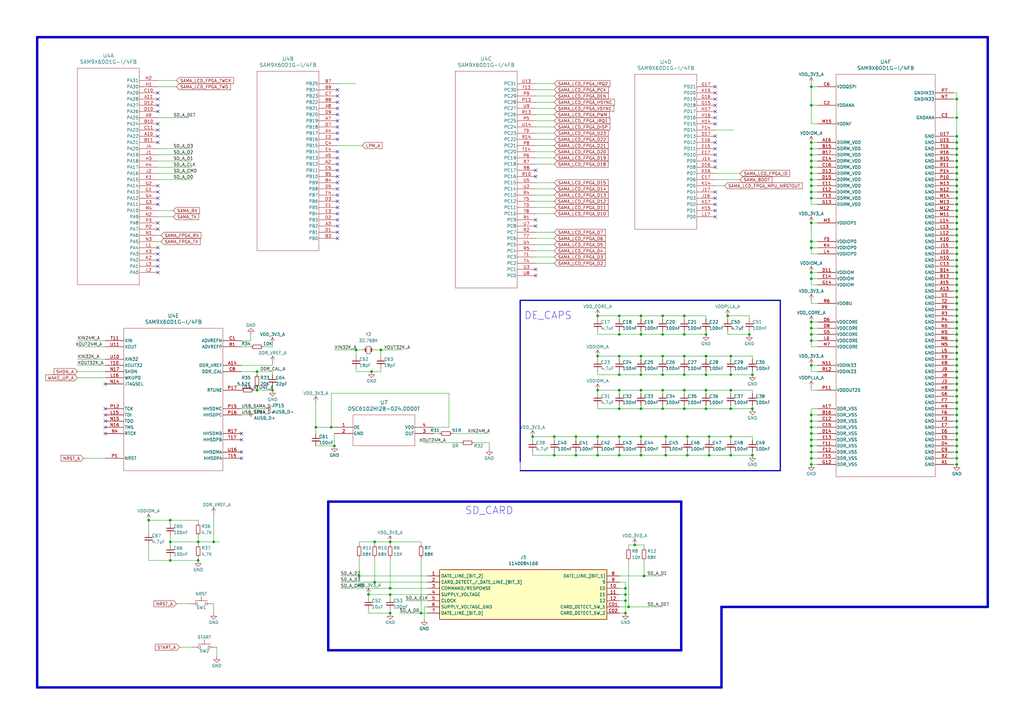
<source format=kicad_sch>
(kicad_sch (version 20231120) (generator "eeschema") (generator_version "8.0")
  (paper "A3")
  (lib_symbols
    (symbol "1140084168:1140084168"
      (property "Reference" "J" (at 74.93 7.62 0))
      (property "Value" "1140084168" (at 74.93 5.08 0))
      (symbol "1140084168_1_1"
        (pin passive line (at 0 0 0) (length 5.08) (name "DATE_LINE_[BIT_2]") (number "1"))
        (pin passive line (at 78.74 -5.08 180) (length 5.08) (name "10") (number "10"))
        (pin passive line (at 78.74 -7.62 180) (length 5.08) (name "11") (number "11"))
        (pin passive line (at 78.74 -10.16 180) (length 5.08) (name "12") (number "12"))
        (pin passive line (at 0 -2.54 0) (length 5.08) (name "CARD_DETECT_/_DATE_LINE_[BIT_3]") (number "2"))
        (pin passive line (at 0 -5.08 0) (length 5.08) (name "COMMAND/RESPONSE") (number "3"))
        (pin passive line (at 0 -7.62 0) (length 5.08) (name "SUPPLY_VOLTAGE") (number "4"))
        (pin passive line (at 0 -10.16 0) (length 5.08) (name "CLOCK") (number "5"))
        (pin passive line (at 0 -12.7 0) (length 5.08) (name "SUPPLY_VOLTAGE_GND") (number "6"))
        (pin passive line (at 0 -15.24 0) (length 5.08) (name "DATE_LINE_[BIT_0]") (number "7"))
        (pin passive line (at 78.74 0 180) (length 5.08) (name "DATE_LINE_[BIT_1]") (number "8"))
        (pin passive line (at 78.74 -2.54 180) (length 5.08) (name "9") (number "9"))
        (pin passive line (at 78.74 -12.7 180) (length 5.08) (name "CARD_DETECT_SW_1") (number "CD1"))
        (pin passive line (at 78.74 -15.24 180) (length 5.08) (name "CARD_DETECT_SW_2") (number "CD2"))
      )
    )
    (symbol "Connector:TestPoint_Small" (pin_numbers hide) (pin_names (offset 0.762) hide)
      (property "Reference" "TP" (at 0 3.81 0))
      (property "Value" "TestPoint_Small" (at 0 2.032 0))
      (symbol "TestPoint_Small_1_1"
        (pin passive line (at 0 0 90) (length 0) (name "1") (number "1"))
      )
    )
    (symbol "DSC6102HI2B:DSC6102HI2B-024.0000T" (pin_names (offset 0.254))
      (property "Reference" "U" (at 20.32 10.16 0))
      (property "Value" "DSC6102HI2B-024.0000T" (at 20.32 7.62 0))
      (symbol "DSC6102HI2B-024.0000T_0_1"
        (pin input line (at 0 0 0) (length 7.62) (name "OE") (number "1"))
        (pin power_out line (at 0 -2.54 0) (length 7.62) (name "GND") (number "2"))
        (pin output line (at 40.64 -2.54 180) (length 7.62) (name "OUT") (number "3"))
        (pin power_in line (at 40.64 0 180) (length 7.62) (name "VDD") (number "4"))
      )
    )
    (symbol "Device:C_Small" (pin_numbers hide) (pin_names (offset 0.254) hide)
      (property "Reference" "C" (at 0.254 1.778 0))
      (property "Value" "C_Small" (at 0.254 -2.032 0))
      (symbol "C_Small_1_1"
        (pin passive line (at 0 2.54 270) (length 2.032) (name "~") (number "1"))
        (pin passive line (at 0 -2.54 90) (length 2.032) (name "~") (number "2"))
      )
    )
    (symbol "Device:Crystal_Small" (pin_numbers hide) (pin_names (offset 1.016) hide)
      (property "Reference" "Y" (at 0 2.54 0))
      (property "Value" "Crystal_Small" (at 0 -2.54 0))
      (symbol "Crystal_Small_1_1"
        (pin passive line (at -2.54 0 0) (length 1.27) (name "1") (number "1"))
        (pin passive line (at 2.54 0 180) (length 1.27) (name "2") (number "2"))
      )
    )
    (symbol "Device:R_Small" (pin_numbers hide) (pin_names (offset 0.254) hide)
      (property "Reference" "R" (at 0.762 0.508 0))
      (property "Value" "R_Small" (at 0.762 -1.016 0))
      (symbol "R_Small_1_1"
        (pin passive line (at 0 2.54 270) (length 0.762) (name "~") (number "1"))
        (pin passive line (at 0 -2.54 90) (length 0.762) (name "~") (number "2"))
      )
    )
    (symbol "SAM9X60DIG:SAM9X60D1G-I_4FB" (pin_names (offset 0.254))
      (property "Reference" "U" (at -20.32 10.16 0))
      (property "Value" "SAM9X60D1G-I/4FB" (at -20.32 7.62 0))
      (symbol "SAM9X60D1G-I_4FB_1_1"
        (pin bidirectional line (at 0 -22.86 180) (length 7.62) (name "PA22") (number "A10"))
        (pin bidirectional line (at 0 -7.62 180) (length 7.62) (name "PA28") (number "A11"))
        (pin bidirectional line (at 0 -15.24 180) (length 7.62) (name "PA25") (number "A9"))
        (pin bidirectional line (at 0 -17.78 180) (length 7.62) (name "PA24") (number "B10"))
        (pin bidirectional line (at 0 -25.4 180) (length 7.62) (name "PA21") (number "B11"))
        (pin bidirectional line (at 0 -5.08 180) (length 7.62) (name "PA29") (number "C10"))
        (pin bidirectional line (at 0 -20.32 180) (length 7.62) (name "PA23") (number "C11"))
        (pin bidirectional line (at 0 -12.7 180) (length 7.62) (name "PA26") (number "D10"))
        (pin bidirectional line (at 0 -10.16 180) (length 7.62) (name "PA27") (number "D12"))
        (pin bidirectional line (at 0 -45.72 180) (length 7.62) (name "PA13") (number "G1"))
        (pin bidirectional line (at 0 -43.18 180) (length 7.62) (name "PA14") (number "G2"))
        (pin bidirectional line (at 0 -50.8 180) (length 7.62) (name "PA11") (number "G3"))
        (pin bidirectional line (at 0 -48.26 180) (length 7.62) (name "PA12") (number "G4"))
        (pin bidirectional line (at 0 -2.54 180) (length 7.62) (name "PA30") (number "H1"))
        (pin bidirectional line (at 0 0 180) (length 7.62) (name "PA31") (number "H2"))
        (pin bidirectional line (at 0 -33.02 180) (length 7.62) (name "PA18") (number "H3"))
        (pin bidirectional line (at 0 -35.56 180) (length 7.62) (name "PA17") (number "H4"))
        (pin bidirectional line (at 0 -30.48 180) (length 7.62) (name "PA19") (number "J1"))
        (pin bidirectional line (at 0 -38.1 180) (length 7.62) (name "PA16") (number "J2"))
        (pin bidirectional line (at 0 -27.94 180) (length 7.62) (name "PA20") (number "J4"))
        (pin bidirectional line (at 0 -40.64 180) (length 7.62) (name "PA15") (number "K1"))
        (pin bidirectional line (at 0 -73.66 180) (length 7.62) (name "PA2") (number "K2"))
        (pin bidirectional line (at 0 -71.12 180) (length 7.62) (name "PA3") (number "K3"))
        (pin bidirectional line (at 0 -68.58 180) (length 7.62) (name "PA4") (number "L1"))
        (pin bidirectional line (at 0 -78.74 180) (length 7.62) (name "PA0") (number "L2"))
        (pin bidirectional line (at 0 -76.2 180) (length 7.62) (name "PA1") (number "L3"))
        (pin bidirectional line (at 0 -53.34 180) (length 7.62) (name "PA10") (number "M4"))
        (pin bidirectional line (at 0 -63.5 180) (length 7.62) (name "PA6") (number "N1"))
        (pin bidirectional line (at 0 -55.88 180) (length 7.62) (name "PA9") (number "N2"))
        (pin bidirectional line (at 0 -66.04 180) (length 7.62) (name "PA5") (number "N3"))
        (pin bidirectional line (at 0 -60.96 180) (length 7.62) (name "PA7") (number "P2"))
        (pin bidirectional line (at 0 -58.42 180) (length 7.62) (name "PA8") (number "P3"))
      )
      (symbol "SAM9X60D1G-I_4FB_2_1"
        (pin bidirectional line (at 0 -33.02 180) (length 7.62) (name "PB12") (number "A2"))
        (pin bidirectional line (at 0 -58.42 180) (length 7.62) (name "PB2") (number "A3"))
        (pin bidirectional line (at 0 -20.32 180) (length 7.62) (name "PB17") (number "A4"))
        (pin bidirectional line (at 0 -30.48 180) (length 7.62) (name "PB13") (number "A5"))
        (pin bidirectional line (at 0 -15.24 180) (length 7.62) (name "PB19") (number "A7"))
        (pin bidirectional line (at 0 -10.16 180) (length 7.62) (name "PB21") (number "A8"))
        (pin bidirectional line (at 0 -63.5 180) (length 7.62) (name "PB0") (number "B3"))
        (pin bidirectional line (at 0 -40.64 180) (length 7.62) (name "PB9") (number "B4"))
        (pin bidirectional line (at 0 -38.1 180) (length 7.62) (name "PB10") (number "B5"))
        (pin bidirectional line (at 0 0 180) (length 7.62) (name "PB25") (number "B7"))
        (pin bidirectional line (at 0 -7.62 180) (length 7.62) (name "PB22") (number "B8"))
        (pin bidirectional line (at 0 -2.54 180) (length 7.62) (name "PB24") (number "B9"))
        (pin bidirectional line (at 0 -25.4 180) (length 7.62) (name "PB15") (number "C4"))
        (pin bidirectional line (at 0 -35.56 180) (length 7.62) (name "PB11") (number "C5"))
        (pin bidirectional line (at 0 -5.08 180) (length 7.62) (name "PB23") (number "C7"))
        (pin bidirectional line (at 0 -60.96 180) (length 7.62) (name "PB1") (number "D1"))
        (pin bidirectional line (at 0 -55.88 180) (length 7.62) (name "PB3") (number "D2"))
        (pin bidirectional line (at 0 -48.26 180) (length 7.62) (name "PB6") (number "D3"))
        (pin bidirectional line (at 0 -43.18 180) (length 7.62) (name "PB8") (number "D5"))
        (pin bidirectional line (at 0 -17.78 180) (length 7.62) (name "PB18") (number "D7"))
        (pin bidirectional line (at 0 -12.7 180) (length 7.62) (name "PB20") (number "D9"))
        (pin bidirectional line (at 0 -50.8 180) (length 7.62) (name "PB5") (number "E1"))
        (pin bidirectional line (at 0 -22.86 180) (length 7.62) (name "PB16") (number "E2"))
        (pin bidirectional line (at 0 -53.34 180) (length 7.62) (name "PB4") (number "E3"))
        (pin bidirectional line (at 0 -27.94 180) (length 7.62) (name "PB14") (number "E4"))
        (pin bidirectional line (at 0 -45.72 180) (length 7.62) (name "PB7") (number "F4"))
      )
      (symbol "SAM9X60D1G-I_4FB_3_1"
        (pin bidirectional line (at 0 -7.62 180) (length 7.62) (name "PC28") (number "P13"))
        (pin bidirectional line (at 0 -15.24 180) (length 7.62) (name "PC25") (number "P5"))
        (pin bidirectional line (at 0 -30.48 180) (length 7.62) (name "PC19") (number "P6"))
        (pin bidirectional line (at 0 -25.4 180) (length 7.62) (name "PC21") (number "P8"))
        (pin bidirectional line (at 0 -5.08 180) (length 7.62) (name "PC29") (number "P9"))
        (pin bidirectional line (at 0 -55.88 180) (length 7.62) (name "PC9") (number "R1"))
        (pin bidirectional line (at 0 -38.1 180) (length 7.62) (name "PC16") (number "R10"))
        (pin bidirectional line (at 0 -12.7 180) (length 7.62) (name "PC26") (number "R13"))
        (pin bidirectional line (at 0 -22.86 180) (length 7.62) (name "PC22") (number "R14"))
        (pin bidirectional line (at 0 -60.96 180) (length 7.62) (name "PC7") (number "R2"))
        (pin bidirectional line (at 0 -45.72 180) (length 7.62) (name "PC13") (number "R4"))
        (pin bidirectional line (at 0 -68.58 180) (length 7.62) (name "PC4") (number "R5"))
        (pin bidirectional line (at 0 -33.02 180) (length 7.62) (name "PC18") (number "R7"))
        (pin bidirectional line (at 0 -35.56 180) (length 7.62) (name "PC17") (number "R8"))
        (pin bidirectional line (at 0 -71.12 180) (length 7.62) (name "PC3") (number "T1"))
        (pin bidirectional line (at 0 -2.54 180) (length 7.62) (name "PC30") (number "T13"))
        (pin bidirectional line (at 0 -27.94 180) (length 7.62) (name "PC20") (number "T14"))
        (pin bidirectional line (at 0 -50.8 180) (length 7.62) (name "PC11") (number "T3"))
        (pin bidirectional line (at 0 -73.66 180) (length 7.62) (name "PC2") (number "T4"))
        (pin bidirectional line (at 0 -48.26 180) (length 7.62) (name "PC12") (number "T5"))
        (pin bidirectional line (at 0 -63.5 180) (length 7.62) (name "PC6") (number "T7"))
        (pin bidirectional line (at 0 -53.34 180) (length 7.62) (name "PC10") (number "T8"))
        (pin bidirectional line (at 0 -20.32 180) (length 7.62) (name "PC23") (number "T9"))
        (pin bidirectional line (at 0 0 180) (length 7.62) (name "PC31") (number "U13"))
        (pin bidirectional line (at 0 -17.78 180) (length 7.62) (name "PC24") (number "U14"))
        (pin bidirectional line (at 0 -43.18 180) (length 7.62) (name "PC14") (number "U2"))
        (pin bidirectional line (at 0 -76.2 180) (length 7.62) (name "PC1") (number "U3"))
        (pin bidirectional line (at 0 -66.04 180) (length 7.62) (name "PC5") (number "U4"))
        (pin bidirectional line (at 0 -40.64 180) (length 7.62) (name "PC15") (number "U5"))
        (pin bidirectional line (at 0 -58.42 180) (length 7.62) (name "PC8") (number "U7"))
        (pin bidirectional line (at 0 -78.74 180) (length 7.62) (name "PC0") (number "U8"))
        (pin bidirectional line (at 0 -10.16 180) (length 7.62) (name "PC27") (number "U9"))
      )
      (symbol "SAM9X60D1G-I_4FB_4_1"
        (pin bidirectional line (at 0 -38.1 180) (length 7.62) (name "PD6") (number "C17"))
        (pin bidirectional line (at 0 -33.02 180) (length 7.62) (name "PD8") (number "D16"))
        (pin bidirectional line (at 0 -20.32 180) (length 7.62) (name "PD13") (number "D17"))
        (pin bidirectional line (at 0 -25.4 180) (length 7.62) (name "PD11") (number "E15"))
        (pin bidirectional line (at 0 -22.86 180) (length 7.62) (name "PD12") (number "E16"))
        (pin bidirectional line (at 0 -27.94 180) (length 7.62) (name "PD10") (number "E17"))
        (pin bidirectional line (at 0 -17.78 180) (length 7.62) (name "PD14") (number "F14"))
        (pin bidirectional line (at 0 -7.62 180) (length 7.62) (name "PD18") (number "G15"))
        (pin bidirectional line (at 0 -5.08 180) (length 7.62) (name "PD19") (number "G16"))
        (pin bidirectional line (at 0 0 180) (length 7.62) (name "PD21") (number "G17"))
        (pin bidirectional line (at 0 -15.24 180) (length 7.62) (name "PD15") (number "H14"))
        (pin bidirectional line (at 0 -50.8 180) (length 7.62) (name "PD1") (number "H15"))
        (pin bidirectional line (at 0 -12.7 180) (length 7.62) (name "PD16") (number "H16"))
        (pin bidirectional line (at 0 -10.16 180) (length 7.62) (name "PD17") (number "H17"))
        (pin bidirectional line (at 0 -30.48 180) (length 7.62) (name "PD9") (number "J14"))
        (pin bidirectional line (at 0 -45.72 180) (length 7.62) (name "PD3") (number "J16"))
        (pin bidirectional line (at 0 -43.18 180) (length 7.62) (name "PD4") (number "J17"))
        (pin bidirectional line (at 0 -40.64 180) (length 7.62) (name "PD5") (number "K14"))
        (pin bidirectional line (at 0 -2.54 180) (length 7.62) (name "PD20") (number "K15"))
        (pin bidirectional line (at 0 -35.56 180) (length 7.62) (name "PD7") (number "K16"))
        (pin bidirectional line (at 0 -48.26 180) (length 7.62) (name "PD2") (number "K17"))
        (pin bidirectional line (at 0 -53.34 180) (length 7.62) (name "PD0") (number "L17"))
      )
      (symbol "SAM9X60D1G-I_4FB_5_1"
        (pin input line (at 55.88 -10.16 180) (length 7.62) (name "DDR_VREF") (number "A14"))
        (pin input line (at 55.88 -2.54 180) (length 7.62) (name "ADVREFP") (number "B1"))
        (pin input line (at 55.88 0 180) (length 7.62) (name "ADVREFN") (number "C1"))
        (pin input line (at 55.88 -12.7 180) (length 7.62) (name "DDR_CAL") (number "C8"))
        (pin input line (at 0 -30.48 0) (length 7.62) (name "TDI") (number "L15"))
        (pin input line (at 0 -15.24 0) (length 7.62) (name "WKUP0") (number "L16"))
        (pin input line (at 0 -17.78 0) (length 7.62) (name "JTAGSEL") (number "N14"))
        (pin output line (at 0 -33.02 0) (length 7.62) (name "TDO") (number "N15"))
        (pin input line (at 0 -35.56 0) (length 7.62) (name "TMS") (number "N16"))
        (pin output line (at 0 -12.7 0) (length 7.62) (name "SHDN") (number "N17"))
        (pin output line (at 0 -38.1 0) (length 7.62) (name "RTCK") (number "N4"))
        (pin input line (at 0 -48.26 0) (length 7.62) (name "NRST") (number "P1"))
        (pin input line (at 0 -27.94 0) (length 7.62) (name "TCK") (number "P12"))
        (pin bidirectional line (at 55.88 -27.94 180) (length 7.62) (name "HHSDMC") (number "P15"))
        (pin bidirectional line (at 55.88 -30.48 180) (length 7.62) (name "HHSDPC") (number "P16"))
        (pin input line (at 55.88 -20.32 180) (length 7.62) (name "RTUNE") (number "P17"))
        (pin bidirectional line (at 55.88 -38.1 180) (length 7.62) (name "HHSDMB") (number "R17"))
        (pin output line (at 0 -10.16 0) (length 7.62) (name "XOUT32") (number "T10"))
        (pin input line (at 0 0 0) (length 7.62) (name "XIN") (number "T11"))
        (pin bidirectional line (at 55.88 -48.26 180) (length 7.62) (name "HHSDPA") (number "T15"))
        (pin bidirectional line (at 55.88 -40.64 180) (length 7.62) (name "HHSDPB") (number "T17"))
        (pin input line (at 0 -7.62 0) (length 7.62) (name "XIN32") (number "U10"))
        (pin output line (at 0 -2.54 0) (length 7.62) (name "XOUT") (number "U11"))
        (pin bidirectional line (at 55.88 -45.72 180) (length 7.62) (name "HHSDMA") (number "U16"))
      )
      (symbol "SAM9X60D1G-I_4FB_6_1"
        (pin power_in line (at 55.88 -154.94 180) (length 7.62) (name "GND") (number "A1"))
        (pin power_in line (at 55.88 -83.82 180) (length 7.62) (name "GND") (number "A13"))
        (pin power_in line (at 55.88 -81.28 180) (length 7.62) (name "GND") (number "A15"))
        (pin power_in line (at 0 -22.86 0) (length 7.62) (name "DDRM_VDD") (number "A16"))
        (pin power_in line (at 0 -132.08 0) (length 7.62) (name "DDR_VSS") (number "A17"))
        (pin power_in line (at 55.88 -78.74 180) (length 7.62) (name "GND") (number "B13"))
        (pin power_in line (at 55.88 -76.2 180) (length 7.62) (name "GND") (number "B14"))
        (pin power_in line (at 0 -25.4 0) (length 7.62) (name "DDRM_VDD") (number "B15"))
        (pin power_in line (at 0 -134.62 0) (length 7.62) (name "DDR_VSS") (number "B16"))
        (pin power_in line (at 0 -27.94 0) (length 7.62) (name "DDRM_VDD") (number "B17"))
        (pin power_in line (at 55.88 -152.4 180) (length 7.62) (name "GND") (number "B2"))
        (pin power_in line (at 0 -137.16 0) (length 7.62) (name "DDR_VSS") (number "C12"))
        (pin power_in line (at 55.88 -73.66 180) (length 7.62) (name "GND") (number "C13"))
        (pin power_in line (at 0 -30.48 0) (length 7.62) (name "DDRM_VDD") (number "C14"))
        (pin power_in line (at 0 -139.7 0) (length 7.62) (name "DDR_VSS") (number "C15"))
        (pin power_in line (at 0 -33.02 0) (length 7.62) (name "DDRM_VDD") (number "C16"))
        (pin power_in line (at 0 -7.62 0) (length 7.62) (name "VDDANA") (number "C2"))
        (pin power_in line (at 55.88 -12.7 180) (length 7.62) (name "GNDANA") (number "C3"))
        (pin power_in line (at 0 0 0) (length 7.62) (name "VDDQSPI") (number "C6"))
        (pin power_in line (at 55.88 -149.86 180) (length 7.62) (name "GND") (number "C9"))
        (pin power_in line (at 0 -76.2 0) (length 7.62) (name "VDDIOM") (number "D11"))
        (pin power_in line (at 0 -35.56 0) (length 7.62) (name "DDRM_VDD") (number "D13"))
        (pin power_in line (at 0 -142.24 0) (length 7.62) (name "DDR_VSS") (number "D14"))
        (pin power_in line (at 0 -38.1 0) (length 7.62) (name "DDRM_VDD") (number "D15"))
        (pin power_in line (at 55.88 -147.32 180) (length 7.62) (name "GND") (number "D4"))
        (pin power_in line (at 0 -96.52 0) (length 7.62) (name "VDDCORE") (number "D6"))
        (pin power_in line (at 0 -99.06 0) (length 7.62) (name "VDDCORE") (number "D8"))
        (pin power_in line (at 0 -40.64 0) (length 7.62) (name "DDRM_VDD") (number "E11"))
        (pin power_in line (at 0 -43.18 0) (length 7.62) (name "DDRM_VDD") (number "E12"))
        (pin power_in line (at 0 -144.78 0) (length 7.62) (name "DDR_VSS") (number "E13"))
        (pin power_in line (at 0 -78.74 0) (length 7.62) (name "VDDIOM") (number "E14"))
        (pin power_in line (at 55.88 -144.78 180) (length 7.62) (name "GND") (number "E5"))
        (pin power_in line (at 55.88 -142.24 180) (length 7.62) (name "GND") (number "E6"))
        (pin power_in line (at 55.88 -139.7 180) (length 7.62) (name "GND") (number "E7"))
        (pin power_in line (at 0 -147.32 0) (length 7.62) (name "DDR_VSS") (number "F11"))
        (pin power_in line (at 0 -149.86 0) (length 7.62) (name "DDR_VSS") (number "F12"))
        (pin power_in line (at 0 -45.72 0) (length 7.62) (name "DDRM_VDD") (number "F13"))
        (pin power_in line (at 0 -152.4 0) (length 7.62) (name "DDR_VSS") (number "F15"))
        (pin power_in line (at 55.88 -137.16 180) (length 7.62) (name "GND") (number "F3"))
        (pin power_in line (at 0 -63.5 0) (length 7.62) (name "VDDIOP0") (number "F5"))
        (pin power_in line (at 55.88 -134.62 180) (length 7.62) (name "GND") (number "F6"))
        (pin power_in line (at 55.88 -129.54 180) (length 7.62) (name "GND") (number "F7"))
        (pin power_in line (at 0 -154.94 0) (length 7.62) (name "DDR_VSS") (number "G12"))
        (pin power_in line (at 0 -48.26 0) (length 7.62) (name "DDRM_VDD") (number "G13"))
        (pin power_in line (at 0 -81.28 0) (length 7.62) (name "VDDIOM") (number "G14"))
        (pin power_in line (at 0 -101.6 0) (length 7.62) (name "VDDCORE") (number "G5"))
        (pin power_in line (at 55.88 -127 180) (length 7.62) (name "GND") (number "G6"))
        (pin power_in line (at 55.88 -71.12 180) (length 7.62) (name "GND") (number "H10"))
        (pin power_in line (at 55.88 -124.46 180) (length 7.62) (name "GND") (number "H8"))
        (pin power_in line (at 55.88 -132.08 180) (length 7.62) (name "GND") (number "H9"))
        (pin power_in line (at 55.88 -68.58 180) (length 7.62) (name "GND") (number "J10"))
        (pin power_in line (at 55.88 -66.04 180) (length 7.62) (name "GND") (number "J15"))
        (pin power_in line (at 55.88 -121.92 180) (length 7.62) (name "GND") (number "J3"))
        (pin power_in line (at 55.88 -119.38 180) (length 7.62) (name "GND") (number "J8"))
        (pin power_in line (at 55.88 -116.84 180) (length 7.62) (name "GND") (number "J9"))
        (pin power_in line (at 55.88 -63.5 180) (length 7.62) (name "GND") (number "K10"))
        (pin power_in line (at 0 -66.04 0) (length 7.62) (name "VDDIOP0") (number "K4"))
        (pin power_in line (at 55.88 -114.3 180) (length 7.62) (name "GND") (number "K8"))
        (pin power_in line (at 55.88 -111.76 180) (length 7.62) (name "GND") (number "K9"))
        (pin power_in line (at 55.88 -60.96 180) (length 7.62) (name "GND") (number "L12"))
        (pin power_in line (at 55.88 -58.42 180) (length 7.62) (name "GND") (number "L13"))
        (pin power_in line (at 55.88 -55.88 180) (length 7.62) (name "GND") (number "L14"))
        (pin power_in line (at 0 -68.58 0) (length 7.62) (name "VDDIOP0") (number "L4"))
        (pin power_in line (at 55.88 -109.22 180) (length 7.62) (name "GND") (number "L5"))
        (pin power_in line (at 0 -104.14 0) (length 7.62) (name "VDDCORE") (number "L6"))
        (pin power_in line (at 55.88 -53.34 180) (length 7.62) (name "GND") (number "M11"))
        (pin power_in line (at 55.88 -50.8 180) (length 7.62) (name "GND") (number "M12"))
        (pin power_in line (at 55.88 -48.26 180) (length 7.62) (name "GND") (number "M13"))
        (pin power_in line (at 55.88 -45.72 180) (length 7.62) (name "GND") (number "M14"))
        (pin power_in line (at 0 -15.24 0) (length 7.62) (name "VDDNF") (number "M15"))
        (pin power_in line (at 0 -55.88 0) (length 7.62) (name "VDDIOP1") (number "M3"))
        (pin power_in line (at 55.88 -106.68 180) (length 7.62) (name "GND") (number "M5"))
        (pin power_in line (at 55.88 -104.14 180) (length 7.62) (name "GND") (number "M6"))
        (pin power_in line (at 0 -106.68 0) (length 7.62) (name "VDDCORE") (number "M7"))
        (pin power_in line (at 0 -114.3 0) (length 7.62) (name "VDDIN33") (number "N11"))
        (pin power_in line (at 55.88 -43.18 180) (length 7.62) (name "GND") (number "N12"))
        (pin power_in line (at 55.88 -40.64 180) (length 7.62) (name "GND") (number "N13"))
        (pin power_in line (at 55.88 -101.6 180) (length 7.62) (name "GND") (number "N5"))
        (pin power_in line (at 55.88 -99.06 180) (length 7.62) (name "GND") (number "N6"))
        (pin power_in line (at 55.88 -5.08 180) (length 7.62) (name "GNDIN33") (number "N7"))
        (pin power_in line (at 55.88 -38.1 180) (length 7.62) (name "GND") (number "P10"))
        (pin output line (at 0 -124.46 0) (length 7.62) (name "VDDOUT25") (number "P11"))
        (pin power_in line (at 55.88 -35.56 180) (length 7.62) (name "GND") (number "P14"))
        (pin power_in line (at 55.88 -96.52 180) (length 7.62) (name "GND") (number "P4"))
        (pin power_in line (at 55.88 -2.54 180) (length 7.62) (name "GNDIN33") (number "P7"))
        (pin power_in line (at 55.88 -33.02 180) (length 7.62) (name "GND") (number "R11"))
        (pin power_in line (at 0 -116.84 0) (length 7.62) (name "VDDIN33") (number "R12"))
        (pin power_in line (at 55.88 -30.48 180) (length 7.62) (name "GND") (number "R15"))
        (pin power_in line (at 55.88 -27.94 180) (length 7.62) (name "GND") (number "R16"))
        (pin power_in line (at 55.88 -93.98 180) (length 7.62) (name "GND") (number "R3"))
        (pin power_in line (at 0 -88.9 0) (length 7.62) (name "VDDBU") (number "R6"))
        (pin power_in line (at 55.88 -91.44 180) (length 7.62) (name "GND") (number "R9"))
        (pin power_in line (at 55.88 -25.4 180) (length 7.62) (name "GND") (number "T16"))
        (pin power_in line (at 55.88 -88.9 180) (length 7.62) (name "GND") (number "T2"))
        (pin power_in line (at 55.88 -86.36 180) (length 7.62) (name "GND") (number "U1"))
        (pin power_in line (at 55.88 -22.86 180) (length 7.62) (name "GND") (number "U15"))
        (pin power_in line (at 55.88 -20.32 180) (length 7.62) (name "GND") (number "U17"))
      )
    )
    (symbol "Switch:SW_Push" (pin_numbers hide) (pin_names (offset 1.016) hide)
      (property "Reference" "SW" (at 1.27 2.54 0))
      (property "Value" "SW_Push" (at 0 -1.524 0))
      (symbol "SW_Push_0_1"
        (pin passive line (at -5.08 0 0) (length 2.54) (name "1") (number "1"))
        (pin passive line (at 5.08 0 180) (length 2.54) (name "2") (number "2"))
      )
    )
    (symbol "power:+5V" (power) (pin_numbers hide) (pin_names (offset 0) hide)
      (property "Value" "+5V" (at 0 3.556 0))
      (symbol "+5V_1_1"
        (pin power_in line (at 0 0 90) (length 0) (name "~") (number "1"))
      )
    )
    (symbol "power:GND" (power) (pin_numbers hide) (pin_names (offset 0) hide)
      (property "Value" "GND" (at 0 -3.81 0))
      (symbol "GND_1_1"
        (pin power_in line (at 0 0 270) (length 0) (name "~") (number "1"))
      )
    )
  )
  (junction (at 392.43 78.74))
  (junction (at 160.02 222.25))
  (junction (at 392.43 129.54))
  (junction (at 256.54 246.38))
  (junction (at 392.43 182.88))
  (junction (at 262.89 137.16))
  (junction (at 392.43 93.98))
  (junction (at 332.74 99.06))
  (junction (at 254 146.05))
  (junction (at 392.43 58.42))
  (junction (at 392.43 147.32))
  (junction (at 392.43 119.38))
  (junction (at 392.43 76.2))
  (junction (at 332.74 71.12))
  (junction (at 172.72 251.46))
  (junction (at 392.43 144.78))
  (junction (at 392.43 40.64))
  (junction (at 392.43 48.26))
  (junction (at 273.05 179.07))
  (junction (at 289.56 167.64))
  (junction (at 392.43 104.14))
  (junction (at 332.74 172.72))
  (junction (at 392.43 55.88))
  (junction (at 332.74 101.6))
  (junction (at 332.74 185.42))
  (junction (at 129.54 175.26))
  (junction (at 146.05 143.51))
  (junction (at 392.43 154.94))
  (junction (at 280.67 146.05))
  (junction (at 332.74 78.74))
  (junction (at 262.89 179.07))
  (junction (at 392.43 91.44))
  (junction (at 332.74 137.16))
  (junction (at 87.63 222.25))
  (junction (at 153.67 238.76))
  (junction (at 260.35 223.52))
  (junction (at 160.02 243.84))
  (junction (at 392.43 111.76))
  (junction (at 392.43 167.64))
  (junction (at 111.76 160.02))
  (junction (at 392.43 63.5))
  (junction (at 81.28 222.25))
  (junction (at 392.43 172.72))
  (junction (at 332.74 81.28))
  (junction (at 254 129.54))
  (junction (at 392.43 160.02))
  (junction (at 69.85 222.25))
  (junction (at 256.54 243.84))
  (junction (at 332.74 63.5))
  (junction (at 332.74 139.7))
  (junction (at 273.05 186.69))
  (junction (at 299.72 160.02))
  (junction (at 299.72 167.64))
  (junction (at 271.78 137.16))
  (junction (at 392.43 109.22))
  (junction (at 262.89 153.67))
  (junction (at 392.43 165.1))
  (junction (at 332.74 190.5))
  (junction (at 271.78 153.67))
  (junction (at 290.83 179.07))
  (junction (at 392.43 96.52))
  (junction (at 245.11 146.05))
  (junction (at 256.54 251.46))
  (junction (at 392.43 68.58))
  (junction (at 332.74 111.76))
  (junction (at 392.43 124.46))
  (junction (at 332.74 180.34))
  (junction (at 280.67 129.54))
  (junction (at 280.67 137.16))
  (junction (at 262.89 186.69))
  (junction (at 236.22 179.07))
  (junction (at 256.54 241.3))
  (junction (at 392.43 149.86))
  (junction (at 69.85 213.36))
  (junction (at 236.22 186.69))
  (junction (at 308.61 167.64))
  (junction (at 135.89 175.26))
  (junction (at 392.43 81.28))
  (junction (at 289.56 160.02))
  (junction (at 392.43 162.56))
  (junction (at 160.02 241.3))
  (junction (at 392.43 66.04))
  (junction (at 137.16 182.88))
  (junction (at 257.81 248.92))
  (junction (at 392.43 132.08))
  (junction (at 307.34 137.16))
  (junction (at 262.89 160.02))
  (junction (at 147.32 236.22))
  (junction (at 280.67 167.64))
  (junction (at 105.41 152.4))
  (junction (at 299.72 186.69))
  (junction (at 254 160.02))
  (junction (at 392.43 71.12))
  (junction (at 392.43 157.48))
  (junction (at 299.72 179.07))
  (junction (at 281.94 179.07))
  (junction (at 332.74 170.18))
  (junction (at 332.74 60.96))
  (junction (at 392.43 152.4))
  (junction (at 332.74 175.26))
  (junction (at 254 186.69))
  (junction (at 392.43 88.9))
  (junction (at 152.4 152.4))
  (junction (at 264.16 236.22))
  (junction (at 392.43 86.36))
  (junction (at 289.56 153.67))
  (junction (at 281.94 186.69))
  (junction (at 392.43 190.5))
  (junction (at 308.61 186.69))
  (junction (at 153.67 222.25))
  (junction (at 392.43 83.82))
  (junction (at 254 153.67))
  (junction (at 218.44 179.07))
  (junction (at 308.61 153.67))
  (junction (at 271.78 129.54))
  (junction (at 332.74 134.62))
  (junction (at 60.96 213.36))
  (junction (at 332.74 43.18))
  (junction (at 332.74 132.08))
  (junction (at 332.74 68.58))
  (junction (at 262.89 167.64))
  (junction (at 332.74 149.86))
  (junction (at 392.43 73.66))
  (junction (at 280.67 160.02))
  (junction (at 392.43 134.62))
  (junction (at 332.74 35.56))
  (junction (at 332.74 91.44))
  (junction (at 81.28 229.87))
  (junction (at 299.72 153.67))
  (junction (at 332.74 114.3))
  (junction (at 245.11 186.69))
  (junction (at 392.43 142.24))
  (junction (at 392.43 116.84))
  (junction (at 151.13 243.84))
  (junction (at 156.21 143.51))
  (junction (at 392.43 99.06))
  (junction (at 254 167.64))
  (junction (at 262.89 129.54))
  (junction (at 105.41 160.02))
  (junction (at 392.43 60.96))
  (junction (at 392.43 187.96))
  (junction (at 332.74 177.8))
  (junction (at 392.43 185.42))
  (junction (at 392.43 175.26))
  (junction (at 392.43 121.92))
  (junction (at 392.43 139.7))
  (junction (at 245.11 179.07))
  (junction (at 254 179.07))
  (junction (at 392.43 101.6))
  (junction (at 332.74 58.42))
  (junction (at 280.67 153.67))
  (junction (at 289.56 137.16))
  (junction (at 271.78 167.64))
  (junction (at 392.43 114.3))
  (junction (at 227.33 186.69))
  (junction (at 392.43 180.34))
  (junction (at 245.11 160.02))
  (junction (at 299.72 146.05))
  (junction (at 271.78 160.02))
  (junction (at 262.89 146.05))
  (junction (at 332.74 182.88))
  (junction (at 392.43 170.18))
  (junction (at 332.74 76.2))
  (junction (at 392.43 127))
  (junction (at 392.43 177.8))
  (junction (at 69.85 229.87))
  (junction (at 392.43 137.16))
  (junction (at 254 137.16))
  (junction (at 332.74 66.04))
  (junction (at 290.83 186.69))
  (junction (at 332.74 73.66))
  (junction (at 160.02 251.46))
  (junction (at 332.74 187.96))
  (junction (at 392.43 106.68))
  (junction (at 227.33 179.07))
  (junction (at 289.56 146.05))
  (junction (at 298.45 129.54))
  (junction (at 245.11 129.54))
  (junction (at 271.78 146.05))
  (no_connect (at 293.37 48.26))
  (no_connect (at 64.77 93.98))
  (no_connect (at 219.71 72.39))
  (no_connect (at 43.18 167.64))
  (no_connect (at 293.37 66.04))
  (no_connect (at 293.37 78.74))
  (no_connect (at 64.77 106.68))
  (no_connect (at 219.71 90.17))
  (no_connect (at 293.37 63.5))
  (no_connect (at 64.77 45.72))
  (no_connect (at 64.77 111.76))
  (no_connect (at 138.43 72.39))
  (no_connect (at 43.18 177.8))
  (no_connect (at 99.06 180.34))
  (no_connect (at 64.77 40.64))
  (no_connect (at 138.43 82.55))
  (no_connect (at 99.06 187.96))
  (no_connect (at 138.43 90.17))
  (no_connect (at 219.71 110.49))
  (no_connect (at 64.77 58.42))
  (no_connect (at 138.43 64.77))
  (no_connect (at 64.77 43.18))
  (no_connect (at 293.37 83.82))
  (no_connect (at 64.77 81.28))
  (no_connect (at 43.18 170.18))
  (no_connect (at 64.77 50.8))
  (no_connect (at 293.37 45.72))
  (no_connect (at 138.43 44.45))
  (no_connect (at 138.43 49.53))
  (no_connect (at 138.43 39.37))
  (no_connect (at 293.37 43.18))
  (no_connect (at 99.06 185.42))
  (no_connect (at 64.77 78.74))
  (no_connect (at 64.77 76.2))
  (no_connect (at 64.77 91.44))
  (no_connect (at 138.43 41.91))
  (no_connect (at 138.43 87.63))
  (no_connect (at 138.43 74.93))
  (no_connect (at 99.06 177.8))
  (no_connect (at 138.43 54.61))
  (no_connect (at 138.43 52.07))
  (no_connect (at 64.77 38.1))
  (no_connect (at 138.43 77.47))
  (no_connect (at 64.77 83.82))
  (no_connect (at 293.37 35.56))
  (no_connect (at 293.37 86.36))
  (no_connect (at 43.18 175.26))
  (no_connect (at 293.37 40.64))
  (no_connect (at 138.43 95.25))
  (no_connect (at 138.43 57.15))
  (no_connect (at 293.37 81.28))
  (no_connect (at 293.37 50.8))
  (no_connect (at 293.37 55.88))
  (no_connect (at 138.43 85.09))
  (no_connect (at 64.77 109.22))
  (no_connect (at 64.77 101.6))
  (no_connect (at 293.37 68.58))
  (no_connect (at 138.43 92.71))
  (no_connect (at 138.43 97.79))
  (no_connect (at 43.18 157.48))
  (no_connect (at 64.77 53.34))
  (no_connect (at 219.71 69.85))
  (no_connect (at 138.43 67.31))
  (no_connect (at 138.43 46.99))
  (no_connect (at 293.37 38.1))
  (no_connect (at 293.37 88.9))
  (no_connect (at 43.18 172.72))
  (no_connect (at 219.71 92.71))
  (no_connect (at 293.37 58.42))
  (no_connect (at 138.43 80.01))
  (no_connect (at 138.43 36.83))
  (no_connect (at 293.37 60.96))
  (no_connect (at 138.43 62.23))
  (no_connect (at 64.77 104.14))
  (no_connect (at 64.77 55.88))
  (no_connect (at 138.43 69.85))
  (no_connect (at 219.71 113.03))
  (wire (pts (xy 392.43 86.36) (xy 391.16 86.36)))
  (wire (pts (xy 254 146.05) (xy 254 147.32)))
  (wire (pts (xy 332.74 43.18) (xy 332.74 35.56)))
  (wire (pts (xy 332.74 172.72) (xy 335.28 172.72)))
  (wire (pts (xy 332.74 73.66) (xy 332.74 76.2)))
  (wire (pts (xy 111.76 152.4) (xy 105.41 152.4)))
  (wire (pts (xy 219.71 64.77) (xy 227.33 64.77)))
  (wire (pts (xy 332.74 167.64) (xy 335.28 167.64)))
  (wire (pts (xy 332.74 99.06) (xy 335.28 99.06)))
  (wire (pts (xy 219.71 105.41) (xy 227.33 105.41)))
  (wire (pts (xy 81.28 222.25) (xy 87.63 222.25)))
  (wire (pts (xy 392.43 165.1) (xy 391.16 165.1)))
  (wire (pts (xy 138.43 59.69) (xy 148.59 59.69)))
  (wire (pts (xy 152.4 152.4) (xy 156.21 152.4)))
  (wire (pts (xy 281.94 179.07) (xy 290.83 179.07)))
  (wire (pts (xy 392.43 180.34) (xy 392.43 182.88)))
  (wire (pts (xy 332.74 180.34) (xy 332.74 182.88)))
  (wire (pts (xy 392.43 187.96) (xy 391.16 187.96)))
  (wire (pts (xy 280.67 146.05) (xy 289.56 146.05)))
  (wire (pts (xy 260.35 223.52) (xy 257.81 223.52)))
  (wire (pts (xy 236.22 186.69) (xy 236.22 185.42)))
  (wire (pts (xy 219.71 80.01) (xy 227.33 80.01)))
  (wire (pts (xy 392.43 96.52) (xy 391.16 96.52)))
  (wire (pts (xy 392.43 124.46) (xy 391.16 124.46)))
  (wire (pts (xy 392.43 170.18) (xy 392.43 172.72)))
  (wire (pts (xy 332.74 190.5) (xy 335.28 190.5)))
  (wire (pts (xy 392.43 127) (xy 391.16 127)))
  (wire (pts (xy 332.74 139.7) (xy 335.28 139.7)))
  (wire (pts (xy 392.43 154.94) (xy 392.43 157.48)))
  (wire (pts (xy 64.77 73.66) (xy 78.74 73.66)))
  (wire (pts (xy 280.67 167.64) (xy 280.67 166.37)))
  (wire (pts (xy 60.96 223.52) (xy 60.96 229.87)))
  (wire (pts (xy 69.85 222.25) (xy 81.28 222.25)))
  (wire (pts (xy 280.67 153.67) (xy 289.56 153.67)))
  (wire (pts (xy 81.28 229.87) (xy 69.85 229.87)))
  (wire (pts (xy 219.71 36.83) (xy 227.33 36.83)))
  (wire (pts (xy 392.43 152.4) (xy 392.43 154.94)))
  (wire (pts (xy 271.78 137.16) (xy 271.78 135.89)))
  (wire (pts (xy 392.43 182.88) (xy 392.43 185.42)))
  (wire (pts (xy 392.43 48.26) (xy 392.43 55.88)))
  (wire (pts (xy 392.43 71.12) (xy 392.43 73.66)))
  (wire (pts (xy 332.74 63.5) (xy 335.28 63.5)))
  (wire (pts (xy 298.45 130.81) (xy 298.45 129.54)))
  (wire (pts (xy 81.28 228.6) (xy 81.28 229.87)))
  (wire (pts (xy 332.74 104.14) (xy 335.28 104.14)))
  (wire (pts (xy 392.43 91.44) (xy 392.43 93.98)))
  (wire (pts (xy 271.78 153.67) (xy 280.67 153.67)))
  (wire (pts (xy 69.85 222.25) (xy 69.85 223.52)))
  (wire (pts (xy 392.43 165.1) (xy 392.43 167.64)))
  (wire (pts (xy 31.75 149.86) (xy 43.18 149.86)))
  (wire (pts (xy 64.77 35.56) (xy 72.39 35.56)))
  (wire (pts (xy 64.77 48.26) (xy 77.47 48.26)))
  (wire (pts (xy 218.44 179.07) (xy 218.44 180.34)))
  (wire (pts (xy 254 160.02) (xy 254 161.29)))
  (wire (pts (xy 254 167.64) (xy 262.89 167.64)))
  (wire (pts (xy 308.61 167.64) (xy 299.72 167.64)))
  (wire (pts (xy 146.05 143.51) (xy 146.05 146.05)))
  (wire (pts (xy 289.56 146.05) (xy 299.72 146.05)))
  (wire (pts (xy 262.89 167.64) (xy 271.78 167.64)))
  (polyline (pts (xy 320.04 123.19) (xy 320.04 193.04)) (stroke (width 0.5)))
  (wire (pts (xy 219.71 49.53) (xy 227.33 49.53)))
  (wire (pts (xy 227.33 186.69) (xy 236.22 186.69)))
  (wire (pts (xy 184.15 161.29) (xy 135.89 161.29)))
  (wire (pts (xy 392.43 91.44) (xy 391.16 91.44)))
  (wire (pts (xy 256.54 246.38) (xy 256.54 251.46)))
  (wire (pts (xy 271.78 129.54) (xy 280.67 129.54)))
  (wire (pts (xy 151.13 251.46) (xy 160.02 251.46)))
  (wire (pts (xy 332.74 160.02) (xy 335.28 160.02)))
  (wire (pts (xy 299.72 161.29) (xy 299.72 160.02)))
  (wire (pts (xy 137.16 143.51) (xy 146.05 143.51)))
  (wire (pts (xy 262.89 137.16) (xy 262.89 135.89)))
  (wire (pts (xy 392.43 104.14) (xy 392.43 106.68)))
  (wire (pts (xy 245.11 179.07) (xy 245.11 180.34)))
  (wire (pts (xy 392.43 162.56) (xy 391.16 162.56)))
  (wire (pts (xy 71.12 88.9) (xy 64.77 88.9)))
  (wire (pts (xy 392.43 78.74) (xy 392.43 81.28)))
  (wire (pts (xy 254 153.67) (xy 262.89 153.67)))
  (wire (pts (xy 137.16 177.8) (xy 137.16 182.88)))
  (wire (pts (xy 156.21 143.51) (xy 156.21 146.05)))
  (wire (pts (xy 245.11 146.05) (xy 254 146.05)))
  (wire (pts (xy 254 160.02) (xy 262.89 160.02)))
  (wire (pts (xy 392.43 142.24) (xy 392.43 144.78)))
  (wire (pts (xy 271.78 146.05) (xy 280.67 146.05)))
  (wire (pts (xy 245.11 179.07) (xy 254 179.07)))
  (wire (pts (xy 308.61 166.37) (xy 308.61 167.64)))
  (wire (pts (xy 332.74 66.04) (xy 332.74 68.58)))
  (wire (pts (xy 71.12 86.36) (xy 64.77 86.36)))
  (wire (pts (xy 160.02 222.25) (xy 160.02 223.52)))
  (wire (pts (xy 147.32 228.6) (xy 147.32 236.22)))
  (wire (pts (xy 219.71 62.23) (xy 227.33 62.23)))
  (wire (pts (xy 392.43 144.78) (xy 392.43 147.32)))
  (wire (pts (xy 280.67 137.16) (xy 280.67 135.89)))
  (wire (pts (xy 392.43 106.68) (xy 392.43 109.22)))
  (wire (pts (xy 299.72 167.64) (xy 289.56 167.64)))
  (wire (pts (xy 332.74 134.62) (xy 335.28 134.62)))
  (wire (pts (xy 146.05 152.4) (xy 152.4 152.4)))
  (wire (pts (xy 273.05 185.42) (xy 273.05 186.69)))
  (wire (pts (xy 64.77 60.96) (xy 78.74 60.96)))
  (wire (pts (xy 392.43 180.34) (xy 391.16 180.34)))
  (wire (pts (xy 264.16 224.79) (xy 264.16 223.52)))
  (wire (pts (xy 262.89 167.64) (xy 262.89 166.37)))
  (wire (pts (xy 177.8 175.26) (xy 184.15 175.26)))
  (wire (pts (xy 111.76 149.86) (xy 99.06 149.86)))
  (wire (pts (xy 153.67 238.76) (xy 175.26 238.76)))
  (wire (pts (xy 31.75 152.4) (xy 43.18 152.4)))
  (wire (pts (xy 160.02 251.46) (xy 160.02 250.19)))
  (wire (pts (xy 146.05 151.13) (xy 146.05 152.4)))
  (wire (pts (xy 69.85 229.87) (xy 69.85 228.6)))
  (wire (pts (xy 392.43 93.98) (xy 392.43 96.52)))
  (wire (pts (xy 146.05 143.51) (xy 148.59 143.51)))
  (wire (pts (xy 129.54 165.1) (xy 129.54 175.26)))
  (wire (pts (xy 280.67 160.02) (xy 289.56 160.02)))
  (wire (pts (xy 262.89 179.07) (xy 273.05 179.07)))
  (polyline (pts (xy 15.24 15.24) (xy 15.24 281.94)) (stroke (width 1)))
  (polyline (pts (xy 134.62 205.74) (xy 134.62 266.7)) (stroke (width 1)))
  (wire (pts (xy 332.74 71.12) (xy 335.28 71.12)))
  (wire (pts (xy 392.43 116.84) (xy 391.16 116.84)))
  (wire (pts (xy 262.89 153.67) (xy 271.78 153.67)))
  (wire (pts (xy 218.44 179.07) (xy 227.33 179.07)))
  (wire (pts (xy 245.11 153.67) (xy 254 153.67)))
  (wire (pts (xy 256.54 238.76) (xy 254 238.76)))
  (wire (pts (xy 392.43 83.82) (xy 392.43 86.36)))
  (wire (pts (xy 245.11 146.05) (xy 245.11 147.32)))
  (wire (pts (xy 254 179.07) (xy 262.89 179.07)))
  (wire (pts (xy 105.41 158.75) (xy 105.41 160.02)))
  (wire (pts (xy 290.83 179.07) (xy 290.83 180.34)))
  (wire (pts (xy 392.43 73.66) (xy 391.16 73.66)))
  (wire (pts (xy 392.43 147.32) (xy 392.43 149.86)))
  (wire (pts (xy 189.23 181.61) (xy 173.99 181.61)))
  (wire (pts (xy 332.74 60.96) (xy 335.28 60.96)))
  (wire (pts (xy 332.74 180.34) (xy 335.28 180.34)))
  (wire (pts (xy 111.76 153.67) (xy 111.76 152.4)))
  (polyline (pts (xy 279.4 266.7) (xy 279.4 205.74)) (stroke (width 1)))
  (wire (pts (xy 392.43 129.54) (xy 391.16 129.54)))
  (wire (pts (xy 392.43 170.18) (xy 391.16 170.18)))
  (wire (pts (xy 236.22 179.07) (xy 236.22 180.34)))
  (wire (pts (xy 332.74 175.26) (xy 332.74 177.8)))
  (wire (pts (xy 299.72 186.69) (xy 290.83 186.69)))
  (wire (pts (xy 254 167.64) (xy 254 166.37)))
  (wire (pts (xy 392.43 83.82) (xy 391.16 83.82)))
  (wire (pts (xy 391.16 48.26) (xy 392.43 48.26)))
  (wire (pts (xy 111.76 148.59) (xy 111.76 149.86)))
  (wire (pts (xy 219.71 59.69) (xy 227.33 59.69)))
  (wire (pts (xy 256.54 238.76) (xy 256.54 241.3)))
  (wire (pts (xy 332.74 116.84) (xy 335.28 116.84)))
  (wire (pts (xy 227.33 179.07) (xy 236.22 179.07)))
  (wire (pts (xy 139.7 236.22) (xy 147.32 236.22)))
  (wire (pts (xy 332.74 78.74) (xy 335.28 78.74)))
  (wire (pts (xy 262.89 160.02) (xy 271.78 160.02)))
  (wire (pts (xy 262.89 146.05) (xy 262.89 147.32)))
  (wire (pts (xy 392.43 139.7) (xy 392.43 142.24)))
  (wire (pts (xy 227.33 179.07) (xy 227.33 180.34)))
  (wire (pts (xy 271.78 160.02) (xy 280.67 160.02)))
  (wire (pts (xy 392.43 63.5) (xy 392.43 66.04)))
  (wire (pts (xy 392.43 167.64) (xy 391.16 167.64)))
  (wire (pts (xy 392.43 119.38) (xy 391.16 119.38)))
  (wire (pts (xy 298.45 137.16) (xy 307.34 137.16)))
  (wire (pts (xy 392.43 93.98) (xy 391.16 93.98)))
  (wire (pts (xy 104.14 160.02) (xy 105.41 160.02)))
  (wire (pts (xy 64.77 63.5) (xy 78.74 63.5)))
  (wire (pts (xy 81.28 219.71) (xy 81.28 222.25)))
  (polyline (pts (xy 213.36 189.23) (xy 213.36 193.04)))
  (polyline (pts (xy 213.36 123.19) (xy 213.36 189.23)) (stroke (width 0.5)))
  (wire (pts (xy 172.72 251.46) (xy 175.26 251.46)))
  (wire (pts (xy 281.94 180.34) (xy 281.94 179.07)))
  (wire (pts (xy 392.43 160.02) (xy 391.16 160.02)))
  (wire (pts (xy 262.89 129.54) (xy 271.78 129.54)))
  (wire (pts (xy 99.06 170.18) (xy 102.87 170.18)))
  (wire (pts (xy 332.74 68.58) (xy 335.28 68.58)))
  (wire (pts (xy 392.43 114.3) (xy 391.16 114.3)))
  (wire (pts (xy 280.67 129.54) (xy 289.56 129.54)))
  (wire (pts (xy 280.67 137.16) (xy 289.56 137.16)))
  (wire (pts (xy 332.74 175.26) (xy 335.28 175.26)))
  (wire (pts (xy 332.74 76.2) (xy 332.74 78.74)))
  (wire (pts (xy 332.74 101.6) (xy 332.74 104.14)))
  (wire (pts (xy 81.28 214.63) (xy 81.28 213.36)))
  (wire (pts (xy 219.71 54.61) (xy 227.33 54.61)))
  (wire (pts (xy 151.13 251.46) (xy 151.13 250.19)))
  (wire (pts (xy 332.74 182.88) (xy 332.74 185.42)))
  (wire (pts (xy 332.74 58.42) (xy 332.74 60.96)))
  (polyline (pts (xy 320.04 193.04) (xy 213.36 193.04)) (stroke (width 0.5)))
  (wire (pts (xy 299.72 179.07) (xy 299.72 180.34)))
  (wire (pts (xy 332.74 111.76) (xy 332.74 114.3)))
  (wire (pts (xy 281.94 185.42) (xy 281.94 186.69)))
  (wire (pts (xy 254 251.46) (xy 256.54 251.46)))
  (wire (pts (xy 332.74 123.19) (xy 332.74 124.46)))
  (wire (pts (xy 392.43 127) (xy 392.43 129.54)))
  (wire (pts (xy 273.05 186.69) (xy 262.89 186.69)))
  (wire (pts (xy 254 153.67) (xy 254 152.4)))
  (wire (pts (xy 332.74 91.44) (xy 335.28 91.44)))
  (wire (pts (xy 392.43 114.3) (xy 392.43 116.84)))
  (wire (pts (xy 332.74 170.18) (xy 335.28 170.18)))
  (wire (pts (xy 332.74 71.12) (xy 332.74 73.66)))
  (wire (pts (xy 392.43 55.88) (xy 392.43 58.42)))
  (wire (pts (xy 218.44 186.69) (xy 218.44 185.42)))
  (wire (pts (xy 219.71 44.45) (xy 227.33 44.45)))
  (wire (pts (xy 69.85 213.36) (xy 69.85 214.63)))
  (wire (pts (xy 219.71 102.87) (xy 227.33 102.87)))
  (wire (pts (xy 332.74 81.28) (xy 332.74 83.82)))
  (wire (pts (xy 332.74 114.3) (xy 332.74 116.84)))
  (wire (pts (xy 245.11 167.64) (xy 254 167.64)))
  (wire (pts (xy 245.11 186.69) (xy 245.11 185.42)))
  (polyline (pts (xy 295.91 248.92) (xy 405.13 248.92)) (stroke (width 1)))
  (wire (pts (xy 256.54 241.3) (xy 256.54 243.84)))
  (wire (pts (xy 87.63 247.65) (xy 87.63 251.46)))
  (wire (pts (xy 219.71 34.29) (xy 227.33 34.29)))
  (wire (pts (xy 332.74 73.66) (xy 335.28 73.66)))
  (wire (pts (xy 332.74 152.4) (xy 332.74 149.86)))
  (wire (pts (xy 392.43 149.86) (xy 391.16 149.86)))
  (polyline (pts (xy 15.24 15.24) (xy 405.13 15.24)) (stroke (width 1)))
  (wire (pts (xy 271.78 129.54) (xy 271.78 130.81)))
  (wire (pts (xy 392.43 182.88) (xy 391.16 182.88)))
  (wire (pts (xy 332.74 172.72) (xy 332.74 175.26)))
  (wire (pts (xy 332.74 134.62) (xy 332.74 137.16)))
  (wire (pts (xy 256.54 243.84) (xy 256.54 246.38)))
  (wire (pts (xy 392.43 124.46) (xy 392.43 127)))
  (polyline (pts (xy 213.36 123.19) (xy 320.04 123.19)) (stroke (width 0.5)))
  (wire (pts (xy 308.61 179.07) (xy 299.72 179.07)))
  (wire (pts (xy 262.89 153.67) (xy 262.89 152.4)))
  (wire (pts (xy 290.83 179.07) (xy 299.72 179.07)))
  (wire (pts (xy 151.13 243.84) (xy 160.02 243.84)))
  (wire (pts (xy 280.67 129.54) (xy 280.67 130.81)))
  (wire (pts (xy 392.43 177.8) (xy 392.43 180.34)))
  (wire (pts (xy 392.43 96.52) (xy 392.43 99.06)))
  (wire (pts (xy 332.74 137.16) (xy 332.74 139.7)))
  (wire (pts (xy 392.43 55.88) (xy 391.16 55.88)))
  (wire (pts (xy 219.71 39.37) (xy 227.33 39.37)))
  (wire (pts (xy 184.15 175.26) (xy 184.15 161.29)))
  (wire (pts (xy 194.31 181.61) (xy 200.66 181.61)))
  (wire (pts (xy 271.78 137.16) (xy 280.67 137.16)))
  (wire (pts (xy 332.74 158.75) (xy 332.74 160.02)))
  (wire (pts (xy 392.43 185.42) (xy 391.16 185.42)))
  (wire (pts (xy 138.43 34.29) (xy 146.05 34.29)))
  (wire (pts (xy 307.34 135.89) (xy 307.34 137.16)))
  (wire (pts (xy 299.72 147.32) (xy 299.72 146.05)))
  (wire (pts (xy 303.53 73.66) (xy 293.37 73.66)))
  (wire (pts (xy 271.78 153.67) (xy 271.78 152.4)))
  (wire (pts (xy 262.89 186.69) (xy 262.89 185.42)))
  (wire (pts (xy 332.74 187.96) (xy 332.74 190.5)))
  (wire (pts (xy 69.85 219.71) (xy 69.85 222.25)))
  (wire (pts (xy 72.39 247.65) (xy 77.47 247.65)))
  (wire (pts (xy 392.43 144.78) (xy 391.16 144.78)))
  (wire (pts (xy 173.99 254) (xy 173.99 248.92)))
  (wire (pts (xy 293.37 53.34) (xy 300.99 53.34)))
  (wire (pts (xy 153.67 222.25) (xy 153.67 223.52)))
  (wire (pts (xy 289.56 160.02) (xy 299.72 160.02)))
  (wire (pts (xy 298.45 129.54) (xy 307.34 129.54)))
  (wire (pts (xy 392.43 76.2) (xy 392.43 78.74)))
  (wire (pts (xy 129.54 175.26) (xy 135.89 175.26)))
  (wire (pts (xy 245.11 137.16) (xy 245.11 135.89)))
  (wire (pts (xy 332.74 167.64) (xy 332.74 170.18)))
  (wire (pts (xy 219.71 100.33) (xy 227.33 100.33)))
  (wire (pts (xy 332.74 111.76) (xy 335.28 111.76)))
  (wire (pts (xy 392.43 58.42) (xy 391.16 58.42)))
  (wire (pts (xy 332.74 132.08) (xy 335.28 132.08)))
  (wire (pts (xy 392.43 162.56) (xy 392.43 165.1)))
  (wire (pts (xy 289.56 129.54) (xy 289.56 130.81)))
  (wire (pts (xy 392.43 175.26) (xy 392.43 177.8)))
  (wire (pts (xy 219.71 97.79) (xy 227.33 97.79)))
  (wire (pts (xy 160.02 228.6) (xy 160.02 241.3)))
  (wire (pts (xy 290.83 186.69) (xy 281.94 186.69)))
  (wire (pts (xy 256.54 243.84) (xy 254 243.84)))
  (wire (pts (xy 392.43 149.86) (xy 392.43 152.4)))
  (wire (pts (xy 31.75 142.24) (xy 43.18 142.24)))
  (wire (pts (xy 392.43 137.16) (xy 391.16 137.16)))
  (wire (pts (xy 81.28 223.52) (xy 81.28 222.25)))
  (wire (pts (xy 392.43 132.08) (xy 391.16 132.08)))
  (wire (pts (xy 271.78 167.64) (xy 271.78 166.37)))
  (wire (pts (xy 173.99 248.92) (xy 175.26 248.92)))
  (wire (pts (xy 392.43 68.58) (xy 391.16 68.58)))
  (wire (pts (xy 219.71 95.25) (xy 227.33 95.25)))
  (wire (pts (xy 254 129.54) (xy 254 130.81)))
  (wire (pts (xy 332.74 132.08) (xy 332.74 134.62)))
  (wire (pts (xy 299.72 152.4) (xy 299.72 153.67)))
  (wire (pts (xy 31.75 139.7) (xy 43.18 139.7)))
  (wire (pts (xy 153.67 222.25) (xy 160.02 222.25)))
  (wire (pts (xy 34.29 187.96) (xy 43.18 187.96)))
  (wire (pts (xy 308.61 186.69) (xy 299.72 186.69)))
  (wire (pts (xy 245.11 160.02) (xy 254 160.02)))
  (wire (pts (xy 64.77 33.02) (xy 72.39 33.02)))
  (wire (pts (xy 332.74 68.58) (xy 332.74 71.12)))
  (wire (pts (xy 289.56 137.16) (xy 289.56 135.89)))
  (wire (pts (xy 219.71 82.55) (xy 227.33 82.55)))
  (wire (pts (xy 332.74 114.3) (xy 335.28 114.3)))
  (wire (pts (xy 245.11 160.02) (xy 245.11 161.29)))
  (wire (pts (xy 392.43 185.42) (xy 392.43 187.96)))
  (wire (pts (xy 392.43 88.9) (xy 392.43 91.44)))
  (wire (pts (xy 392.43 58.42) (xy 392.43 60.96)))
  (wire (pts (xy 102.87 137.16) (xy 102.87 139.7)))
  (wire (pts (xy 160.02 243.84) (xy 160.02 245.11)))
  (wire (pts (xy 236.22 186.69) (xy 245.11 186.69)))
  (wire (pts (xy 299.72 153.67) (xy 289.56 153.67)))
  (wire (pts (xy 160.02 241.3) (xy 175.26 241.3)))
  (wire (pts (xy 392.43 60.96) (xy 391.16 60.96)))
  (wire (pts (xy 66.04 96.52) (xy 64.77 96.52)))
  (wire (pts (xy 111.76 160.02) (xy 111.76 158.75)))
  (wire (pts (xy 151.13 243.84) (xy 151.13 245.11)))
  (wire (pts (xy 271.78 160.02) (xy 271.78 161.29)))
  (wire (pts (xy 392.43 71.12) (xy 391.16 71.12)))
  (wire (pts (xy 264.16 236.22) (xy 271.78 236.22)))
  (wire (pts (xy 160.02 243.84) (xy 175.26 243.84)))
  (wire (pts (xy 392.43 121.92) (xy 392.43 124.46)))
  (wire (pts (xy 245.11 137.16) (xy 254 137.16)))
  (wire (pts (xy 219.71 107.95) (xy 227.33 107.95)))
  (wire (pts (xy 392.43 139.7) (xy 391.16 139.7)))
  (wire (pts (xy 332.74 137.16) (xy 335.28 137.16)))
  (wire (pts (xy 392.43 88.9) (xy 391.16 88.9)))
  (wire (pts (xy 392.43 190.5) (xy 391.16 190.5)))
  (wire (pts (xy 392.43 187.96) (xy 392.43 190.5)))
  (wire (pts (xy 219.71 77.47) (xy 227.33 77.47)))
  (wire (pts (xy 245.11 129.54) (xy 245.11 130.81)))
  (wire (pts (xy 31.75 147.32) (xy 43.18 147.32)))
  (wire (pts (xy 332.74 101.6) (xy 335.28 101.6)))
  (wire (pts (xy 99.06 142.24) (xy 102.87 142.24)))
  (wire (pts (xy 281.94 186.69) (xy 273.05 186.69)))
  (polyline (pts (xy 134.62 205.74) (xy 279.4 205.74)) (stroke (width 1)))
  (wire (pts (xy 31.75 154.94) (xy 43.18 154.94)))
  (wire (pts (xy 281.94 179.07) (xy 273.05 179.07)))
  (wire (pts (xy 64.77 71.12) (xy 78.74 71.12)))
  (wire (pts (xy 308.61 146.05) (xy 299.72 146.05)))
  (wire (pts (xy 392.43 40.64) (xy 392.43 48.26)))
  (wire (pts (xy 172.72 222.25) (xy 172.72 223.52)))
  (wire (pts (xy 392.43 147.32) (xy 391.16 147.32)))
  (wire (pts (xy 392.43 109.22) (xy 392.43 111.76)))
  (wire (pts (xy 60.96 213.36) (xy 69.85 213.36)))
  (wire (pts (xy 160.02 222.25) (xy 172.72 222.25)))
  (wire (pts (xy 153.67 228.6) (xy 153.67 238.76)))
  (wire (pts (xy 280.67 146.05) (xy 280.67 147.32)))
  (wire (pts (xy 280.67 167.64) (xy 289.56 167.64)))
  (wire (pts (xy 332.74 142.24) (xy 335.28 142.24)))
  (wire (pts (xy 66.04 99.06) (xy 64.77 99.06)))
  (wire (pts (xy 90.17 222.25) (xy 87.63 222.25)))
  (wire (pts (xy 392.43 109.22) (xy 391.16 109.22)))
  (wire (pts (xy 156.21 143.51) (xy 165.1 143.51)))
  (wire (pts (xy 392.43 111.76) (xy 392.43 114.3)))
  (wire (pts (xy 273.05 180.34) (xy 273.05 179.07)))
  (wire (pts (xy 335.28 50.8) (xy 332.74 50.8)))
  (wire (pts (xy 289.56 153.67) (xy 289.56 152.4)))
  (wire (pts (xy 256.54 241.3) (xy 254 241.3)))
  (wire (pts (xy 332.74 185.42) (xy 332.74 187.96)))
  (wire (pts (xy 219.71 67.31) (xy 227.33 67.31)))
  (wire (pts (xy 332.74 60.96) (xy 332.74 63.5)))
  (wire (pts (xy 332.74 83.82) (xy 335.28 83.82)))
  (wire (pts (xy 392.43 104.14) (xy 391.16 104.14)))
  (wire (pts (xy 297.18 76.2) (xy 293.37 76.2)))
  (wire (pts (xy 147.32 236.22) (xy 175.26 236.22)))
  (wire (pts (xy 111.76 140.97) (xy 111.76 142.24)))
  (wire (pts (xy 332.74 177.8) (xy 332.74 180.34)))
  (wire (pts (xy 147.32 222.25) (xy 153.67 222.25)))
  (wire (pts (xy 163.83 251.46) (xy 172.72 251.46)))
  (wire (pts (xy 166.37 246.38) (xy 175.26 246.38)))
  (wire (pts (xy 332.74 99.06) (xy 332.74 101.6)))
  (wire (pts (xy 290.83 185.42) (xy 290.83 186.69)))
  (wire (pts (xy 298.45 135.89) (xy 298.45 137.16)))
  (wire (pts (xy 262.89 129.54) (xy 262.89 130.81)))
  (wire (pts (xy 99.06 167.64) (xy 110.49 167.64)))
  (wire (pts (xy 392.43 175.26) (xy 391.16 175.26)))
  (wire (pts (xy 105.41 152.4) (xy 99.06 152.4)))
  (wire (pts (xy 219.71 57.15) (xy 227.33 57.15)))
  (wire (pts (xy 60.96 229.87) (xy 69.85 229.87)))
  (wire (pts (xy 332.74 182.88) (xy 335.28 182.88)))
  (wire (pts (xy 332.74 149.86) (xy 335.28 149.86)))
  (wire (pts (xy 332.74 58.42) (xy 335.28 58.42)))
  (wire (pts (xy 219.71 52.07) (xy 227.33 52.07)))
  (wire (pts (xy 264.16 223.52) (xy 260.35 223.52)))
  (wire (pts (xy 335.28 152.4) (xy 332.74 152.4)))
  (wire (pts (xy 308.61 161.29) (xy 308.61 160.02)))
  (wire (pts (xy 254 186.69) (xy 262.89 186.69)))
  (wire (pts (xy 219.71 46.99) (xy 227.33 46.99)))
  (wire (pts (xy 245.11 167.64) (xy 245.11 166.37)))
  (wire (pts (xy 147.32 222.25) (xy 147.32 223.52)))
  (polyline (pts (xy 134.62 266.7) (xy 279.4 266.7)) (stroke (width 1)))
  (wire (pts (xy 289.56 167.64) (xy 289.56 166.37)))
  (wire (pts (xy 392.43 157.48) (xy 391.16 157.48)))
  (wire (pts (xy 271.78 167.64) (xy 280.67 167.64)))
  (wire (pts (xy 102.87 139.7) (xy 99.06 139.7)))
  (wire (pts (xy 392.43 177.8) (xy 391.16 177.8)))
  (wire (pts (xy 332.74 63.5) (xy 332.74 66.04)))
  (wire (pts (xy 177.8 177.8) (xy 180.34 177.8)))
  (wire (pts (xy 280.67 160.02) (xy 280.67 161.29)))
  (wire (pts (xy 332.74 170.18) (xy 332.74 172.72)))
  (wire (pts (xy 303.53 71.12) (xy 293.37 71.12)))
  (wire (pts (xy 308.61 160.02) (xy 299.72 160.02)))
  (wire (pts (xy 308.61 180.34) (xy 308.61 179.07)))
  (wire (pts (xy 254 137.16) (xy 262.89 137.16)))
  (wire (pts (xy 236.22 179.07) (xy 245.11 179.07)))
  (wire (pts (xy 219.71 41.91) (xy 227.33 41.91)))
  (wire (pts (xy 332.74 187.96) (xy 335.28 187.96)))
  (polyline (pts (xy 15.24 281.94) (xy 295.91 281.94)) (stroke (width 1)))
  (wire (pts (xy 245.11 186.69) (xy 254 186.69)))
  (wire (pts (xy 391.16 40.64) (xy 392.43 40.64)))
  (wire (pts (xy 392.43 132.08) (xy 392.43 134.62)))
  (wire (pts (xy 391.16 38.1) (xy 392.43 38.1)))
  (wire (pts (xy 392.43 111.76) (xy 391.16 111.76)))
  (wire (pts (xy 392.43 172.72) (xy 392.43 175.26)))
  (wire (pts (xy 219.71 85.09) (xy 227.33 85.09)))
  (wire (pts (xy 257.81 248.92) (xy 271.78 248.92)))
  (wire (pts (xy 105.41 153.67) (xy 105.41 152.4)))
  (wire (pts (xy 262.89 160.02) (xy 262.89 161.29)))
  (wire (pts (xy 332.74 81.28) (xy 335.28 81.28)))
  (wire (pts (xy 332.74 124.46) (xy 335.28 124.46)))
  (wire (pts (xy 262.89 179.07) (xy 262.89 180.34)))
  (wire (pts (xy 392.43 160.02) (xy 392.43 162.56)))
  (wire (pts (xy 392.43 172.72) (xy 391.16 172.72)))
  (wire (pts (xy 262.89 137.16) (xy 271.78 137.16)))
  (wire (pts (xy 332.74 78.74) (xy 332.74 81.28)))
  (wire (pts (xy 254 236.22) (xy 264.16 236.22)))
  (wire (pts (xy 332.74 43.18) (xy 335.28 43.18)))
  (wire (pts (xy 64.77 66.04) (xy 78.74 66.04)))
  (wire (pts (xy 392.43 99.06) (xy 391.16 99.06)))
  (wire (pts (xy 60.96 218.44) (xy 60.96 213.36)))
  (wire (pts (xy 254 248.92) (xy 257.81 248.92)))
  (wire (pts (xy 87.63 222.25) (xy 87.63 210.82)))
  (wire (pts (xy 392.43 38.1) (xy 392.43 40.64)))
  (wire (pts (xy 308.61 147.32) (xy 308.61 146.05)))
  (wire (pts (xy 392.43 66.04) (xy 392.43 68.58)))
  (wire (pts (xy 332.74 177.8) (xy 335.28 177.8)))
  (wire (pts (xy 332.74 50.8) (xy 332.74 43.18)))
  (wire (pts (xy 111.76 142.24) (xy 107.95 142.24)))
  (wire (pts (xy 129.54 177.8) (xy 129.54 175.26)))
  (wire (pts (xy 88.9 265.43) (xy 88.9 269.24)))
  (wire (pts (xy 185.42 177.8) (xy 200.66 177.8)))
  (wire (pts (xy 219.71 87.63) (xy 227.33 87.63)))
  (wire (pts (xy 392.43 121.92) (xy 391.16 121.92)))
  (wire (pts (xy 392.43 66.04) (xy 391.16 66.04)))
  (wire (pts (xy 392.43 116.84) (xy 392.43 119.38)))
  (wire (pts (xy 264.16 229.87) (xy 264.16 236.22)))
  (wire (pts (xy 299.72 166.37) (xy 299.72 167.64)))
  (wire (pts (xy 227.33 186.69) (xy 227.33 185.42)))
  (wire (pts (xy 254 146.05) (xy 262.89 146.05)))
  (wire (pts (xy 64.77 68.58) (xy 78.74 68.58)))
  (wire (pts (xy 153.67 143.51) (xy 156.21 143.51)))
  (wire (pts (xy 392.43 157.48) (xy 392.43 160.02)))
  (wire (pts (xy 392.43 101.6) (xy 391.16 101.6)))
  (wire (pts (xy 307.34 129.54) (xy 307.34 130.81)))
  (wire (pts (xy 392.43 68.58) (xy 392.43 71.12)))
  (wire (pts (xy 69.85 213.36) (xy 81.28 213.36)))
  (wire (pts (xy 245.11 129.54) (xy 254 129.54)))
  (wire (pts (xy 299.72 185.42) (xy 299.72 186.69)))
  (wire (pts (xy 254 186.69) (xy 254 185.42)))
  (wire (pts (xy 392.43 134.62) (xy 391.16 134.62)))
  (wire (pts (xy 172.72 228.6) (xy 172.72 251.46)))
  (wire (pts (xy 392.43 81.28) (xy 391.16 81.28)))
  (wire (pts (xy 139.7 241.3) (xy 160.02 241.3)))
  (wire (pts (xy 308.61 152.4) (xy 308.61 153.67)))
  (wire (pts (xy 218.44 186.69) (xy 227.33 186.69)))
  (wire (pts (xy 257.81 229.87) (xy 257.81 248.92)))
  (wire (pts (xy 137.16 182.88) (xy 129.54 182.88)))
  (wire (pts (xy 392.43 142.24) (xy 391.16 142.24)))
  (wire (pts (xy 280.67 153.67) (xy 280.67 152.4)))
  (wire (pts (xy 254 137.16) (xy 254 135.89)))
  (wire (pts (xy 135.89 175.26) (xy 137.16 175.26)))
  (wire (pts (xy 289.56 146.05) (xy 289.56 147.32)))
  (wire (pts (xy 332.74 35.56) (xy 332.74 34.29)))
  (wire (pts (xy 135.89 161.29) (xy 135.89 175.26)))
  (wire (pts (xy 392.43 76.2) (xy 391.16 76.2)))
  (wire (pts (xy 392.43 101.6) (xy 392.43 104.14)))
  (wire (pts (xy 245.11 153.67) (xy 245.11 152.4)))
  (wire (pts (xy 332.74 66.04) (xy 335.28 66.04)))
  (wire (pts (xy 392.43 119.38) (xy 392.43 121.92)))
  (wire (pts (xy 392.43 78.74) (xy 391.16 78.74)))
  (wire (pts (xy 392.43 134.62) (xy 392.43 137.16)))
  (wire (pts (xy 392.43 154.94) (xy 391.16 154.94)))
  (wire (pts (xy 335.28 35.56) (xy 332.74 35.56)))
  (wire (pts (xy 308.61 185.42) (xy 308.61 186.69)))
  (wire (pts (xy 392.43 73.66) (xy 392.43 76.2)))
  (wire (pts (xy 392.43 167.64) (xy 392.43 170.18)))
  (wire (pts (xy 139.7 238.76) (xy 153.67 238.76)))
  (wire (pts (xy 105.41 160.02) (xy 111.76 160.02)))
  (wire (pts (xy 219.71 74.93) (xy 227.33 74.93)))
  (wire (pts (xy 392.43 99.06) (xy 392.43 101.6)))
  (wire (pts (xy 392.43 129.54) (xy 392.43 132.08)))
  (wire (pts (xy 256.54 246.38) (xy 254 246.38)))
  (wire (pts (xy 289.56 160.02) (xy 289.56 161.29)))
  (wire (pts (xy 332.74 185.42) (xy 335.28 185.42)))
  (wire (pts (xy 392.43 137.16) (xy 392.43 139.7)))
  (wire (pts (xy 271.78 146.05) (xy 271.78 147.32)))
  (polyline (pts (xy 295.91 281.94) (xy 295.91 248.92)) (stroke (width 1)))
  (polyline (pts (xy 405.13 248.92) (xy 405.13 15.24)) (stroke (width 1)))
  (wire (pts (xy 254 129.54) (xy 262.89 129.54)))
  (wire (pts (xy 332.74 76.2) (xy 335.28 76.2)))
  (wire (pts (xy 392.43 81.28) (xy 392.43 83.82)))
  (wire (pts (xy 332.74 91.44) (xy 332.74 99.06)))
  (wire (pts (xy 73.66 265.43) (xy 78.74 265.43)))
  (wire (pts (xy 392.43 86.36) (xy 392.43 88.9)))
  (wire (pts (xy 200.66 184.15) (xy 200.66 181.61)))
  (wire (pts (xy 392.43 106.68) (xy 391.16 106.68)))
  (wire (pts (xy 262.89 146.05) (xy 271.78 146.05)))
  (wire (pts (xy 392.43 152.4) (xy 391.16 152.4)))
  (wire (pts (xy 308.61 153.67) (xy 299.72 153.67)))
  (wire (pts (xy 392.43 60.96) (xy 392.43 63.5)))
  (wire (pts (xy 254 179.07) (xy 254 180.34)))
  (wire (pts (xy 257.81 223.52) (xy 257.81 224.79)))
  (wire (pts (xy 156.21 151.13) (xy 156.21 152.4)))
  (wire (pts (xy 332.74 139.7) (xy 332.74 142.24)))
  (wire (pts (xy 392.43 63.5) (xy 391.16 63.5)))
  (text "DE_CAPS" (at 224.79 129.54 0) (effects (font (size 3 3))))
  (text "SD_CARD" (at 200.66 209.55 0) (effects (font (size 3 3))))
  (label "USB_SAMA_D+" (at 99.06 170.18 0))
  (label "XOUT24M_A" (at 182.88 181.61 180))
  (label "SD_A_DET" (at 71.12 48.26 0))
  (label "XOUT32K_A" (at 157.48 143.51 0))
  (label "XIN24M_A" (at 31.75 139.7 0))
  (label "SD_A_CMD" (at 71.12 71.12 0))
  (label "SD_A_D1" (at 265.43 236.22 0))
  (label "SD_A_D3" (at 71.12 60.96 0))
  (label "SD_A_CLK" (at 71.12 68.58 0))
  (label "SD_A_CMD" (at 139.7 241.3 0))
  (label "SD_A_D3" (at 139.7 238.76 0))
  (label "SD_A_CLK" (at 166.37 246.38 0))
  (label "XIN24M_A" (at 191.77 177.8 0))
  (label "SD_A_D1" (at 71.12 66.04 0))
  (label "SD_A_D2" (at 71.12 63.5 0))
  (label "XOUT32K_A" (at 31.75 149.86 0))
  (label "USB_SAMA_D-" (at 99.06 167.64 0))
  (label "DDR_CAL_A" (at 106.68 152.4 0))
  (label "SD_A_DET" (at 265.43 248.92 0))
  (label "SD_A_D0" (at 163.83 251.46 0))
  (label "USB_RTUNE_A" (at 99.06 160.02 0))
  (label "SD_A_D0" (at 71.12 73.66 0))
  (label "XOUT24M_A" (at 41.91 142.24 180))
  (label "XIN32K_A" (at 31.75 147.32 0))
  (label "SD_A_D2" (at 139.7 236.22 0))
  (label "XIN32K_A" (at 137.16 143.51 0))
  (global_label "SAMA_LCD_FPGA_D19" (shape input) (at 227.33 64.77 0) (property "Intersheetrefs" "${INTERSHEET_REFS}" (effects (hide yes))))
  (global_label "SAMA_LCD_FPGA_D4" (shape input) (at 227.33 102.87 0) (property "Intersheetrefs" "${INTERSHEET_REFS}" (effects (hide yes))))
  (global_label "NRST_A" (shape input) (at 34.29 187.96 180) (property "Intersheetrefs" "${INTERSHEET_REFS}" (effects (hide yes))))
  (global_label "SAMA_RX" (shape input) (at 71.12 86.36 0) (property "Intersheetrefs" "${INTERSHEET_REFS}" (effects (hide yes))))
  (global_label "WAKE_UP_A" (shape input) (at 31.75 154.94 180) (property "Intersheetrefs" "${INTERSHEET_REFS}" (effects (hide yes))))
  (global_label "START_A" (shape input) (at 73.66 265.43 180) (property "Intersheetrefs" "${INTERSHEET_REFS}" (effects (hide yes))))
  (global_label "SAMA_LCD_FPGA_TWD" (shape input) (at 72.39 35.56 0) (property "Intersheetrefs" "${INTERSHEET_REFS}" (effects (hide yes))))
  (global_label "SAMA_LCD_FPGA_PWM" (shape input) (at 227.33 46.99 0) (property "Intersheetrefs" "${INTERSHEET_REFS}" (effects (hide yes))))
  (global_label "LPM_A" (shape input) (at 148.59 59.69 0) (property "Intersheetrefs" "${INTERSHEET_REFS}" (effects (hide yes))))
  (global_label "SAMA_LCD_FPGA_ID" (shape input) (at 303.53 71.12 0) (property "Intersheetrefs" "${INTERSHEET_REFS}" (effects (hide yes))))
  (global_label "SAMA_LCD_FPGA_D6" (shape input) (at 227.33 97.79 0) (property "Intersheetrefs" "${INTERSHEET_REFS}" (effects (hide yes))))
  (global_label "SAMA_LCD_FPGA_D14" (shape input) (at 227.33 77.47 0) (property "Intersheetrefs" "${INTERSHEET_REFS}" (effects (hide yes))))
  (global_label "SAMA_LCD_FPGA_DEN" (shape input) (at 227.33 39.37 0) (property "Intersheetrefs" "${INTERSHEET_REFS}" (effects (hide yes))))
  (global_label "SAMA_LCD_FPGA_D5" (shape input) (at 227.33 100.33 0) (property "Intersheetrefs" "${INTERSHEET_REFS}" (effects (hide yes))))
  (global_label "SAMA_LCD_FPGA_D2" (shape input) (at 227.33 107.95 0) (property "Intersheetrefs" "${INTERSHEET_REFS}" (effects (hide yes))))
  (global_label "SAMA_LCD_FPGA_D15" (shape input) (at 227.33 74.93 0) (property "Intersheetrefs" "${INTERSHEET_REFS}" (effects (hide yes))))
  (global_label "SAMA_LCD_FPGA_VSYNC" (shape input) (at 227.33 44.45 0) (property "Intersheetrefs" "${INTERSHEET_REFS}" (effects (hide yes))))
  (global_label "SHDN_A" (shape input) (at 31.75 152.4 180) (property "Intersheetrefs" "${INTERSHEET_REFS}" (effects (hide yes))))
  (global_label "SAMA_BOOT" (shape input) (at 303.53 73.66 0) (property "Intersheetrefs" "${INTERSHEET_REFS}" (effects (hide yes))))
  (global_label "SAMA_LCD_FPGA_PCK" (shape input) (at 227.33 36.83 0) (property "Intersheetrefs" "${INTERSHEET_REFS}" (effects (hide yes))))
  (global_label "SAMA_LCD_FPGA_D11" (shape input) (at 227.33 85.09 0) (property "Intersheetrefs" "${INTERSHEET_REFS}" (effects (hide yes))))
  (global_label "SAMA_LCD_FPGA_D21" (shape input) (at 227.33 59.69 0) (property "Intersheetrefs" "${INTERSHEET_REFS}" (effects (hide yes))))
  (global_label "SAMA_LCD_FPGA_D18" (shape input) (at 227.33 67.31 0) (property "Intersheetrefs" "${INTERSHEET_REFS}" (effects (hide yes))))
  (global_label "SAMA_LCD_FPGA_D20" (shape input) (at 227.33 62.23 0) (property "Intersheetrefs" "${INTERSHEET_REFS}" (effects (hide yes))))
  (global_label "SAMA_LCD_FPGA_MPU_NRSTOUT" (shape input) (at 297.18 76.2 0) (property "Intersheetrefs" "${INTERSHEET_REFS}" (effects (hide yes))))
  (global_label "SAMA_LCD_FPGA_HSYNC" (shape input) (at 227.33 41.91 0) (property "Intersheetrefs" "${INTERSHEET_REFS}" (effects (hide yes))))
  (global_label "SAMA_LCD_FPGA_D13" (shape input) (at 227.33 80.01 0) (property "Intersheetrefs" "${INTERSHEET_REFS}" (effects (hide yes))))
  (global_label "SAMA_LCD_FPGA_D23" (shape input) (at 227.33 54.61 0) (property "Intersheetrefs" "${INTERSHEET_REFS}" (effects (hide yes))))
  (global_label "SAMA_LCD_FPGA_D7" (shape input) (at 227.33 95.25 0) (property "Intersheetrefs" "${INTERSHEET_REFS}" (effects (hide yes))))
  (global_label "SAMA_LCD_FPGA_D3" (shape input) (at 227.33 105.41 0) (property "Intersheetrefs" "${INTERSHEET_REFS}" (effects (hide yes))))
  (global_label "SAMA_LCD_FPGA_D10" (shape input) (at 227.33 87.63 0) (property "Intersheetrefs" "${INTERSHEET_REFS}" (effects (hide yes))))
  (global_label "SAMA_FPGA_TX" (shape input) (at 66.04 99.06 0) (property "Intersheetrefs" "${INTERSHEET_REFS}" (effects (hide yes))))
  (global_label "SAMA_LCD_FPGA_D12" (shape input) (at 227.33 82.55 0) (property "Intersheetrefs" "${INTERSHEET_REFS}" (effects (hide yes))))
  (global_label "SAMA_FPGA_RX" (shape input) (at 66.04 96.52 0) (property "Intersheetrefs" "${INTERSHEET_REFS}" (effects (hide yes))))
  (global_label "SAMA_LCD_FPGA_DISP" (shape input) (at 227.33 52.07 0) (property "Intersheetrefs" "${INTERSHEET_REFS}" (effects (hide yes))))
  (global_label "NRST_A" (shape input) (at 72.39 247.65 180) (property "Intersheetrefs" "${INTERSHEET_REFS}" (effects (hide yes))))
  (global_label "SAMA_LCD_FPGA_IRQ1" (shape input) (at 227.33 49.53 0) (property "Intersheetrefs" "${INTERSHEET_REFS}" (effects (hide yes))))
  (global_label "SAMA_TX" (shape input) (at 71.12 88.9 0) (property "Intersheetrefs" "${INTERSHEET_REFS}" (effects (hide yes))))
  (global_label "SAMA_LCD_FPGA_TWCK" (shape input) (at 72.39 33.02 0) (property "Intersheetrefs" "${INTERSHEET_REFS}" (effects (hide yes))))
  (global_label "SAMA_LCD_FPGA_D22" (shape input) (at 227.33 57.15 0) (property "Intersheetrefs" "${INTERSHEET_REFS}" (effects (hide yes))))
  (global_label "SAMA_LCD_FPGA_IRQ2" (shape input) (at 227.33 34.29 0) (property "Intersheetrefs" "${INTERSHEET_REFS}" (effects (hide yes))))
  (symbol (lib_id "Device:C_Small") (at 218.44 182.88 0) (unit 1)
    (property "Reference" "C39" (at 219.71 181.61 0) (effects (justify left)))
    (property "Value" "4.7uF" (at 219.71 184.15 0) (effects (justify left)))
    (property "Footprint" "Capacitor_SMD:C_0402_1005Metric" (effects (hide yes)))
    (property "Description" "Unpolarized capacitor, small symbol" (effects (hide yes)))
  )
  (symbol (lib_id "power:GND") (at 256.54 251.46 0) (unit 1)
    (property "Reference" "#PWR047" (effects (hide yes)))
    (property "Value" "GND" (at 256.54 255.27 0))
    (property "Description" "Power symbol creates a global label with name \"GND\" , ground" (effects (hide yes)))
  )
  (symbol (lib_id "Device:C_Small") (at 245.11 182.88 0) (unit 1)
    (property "Reference" "C42" (at 246.38 181.61 0) (effects (justify left)))
    (property "Value" "100nF" (at 246.38 184.15 0) (effects (justify left)))
    (property "Footprint" "Capacitor_SMD:C_0201_0603Metric" (effects (hide yes)))
    (property "Description" "Unpolarized capacitor, small symbol" (effects (hide yes)))
  )
  (symbol (lib_id "Device:R_Small") (at 191.77 181.61 270) (unit 1)
    (property "Reference" "R32" (at 194.31 182.88 90) (effects (justify left)))
    (property "Value" "0R" (at 185.42 182.88 90) (effects (justify left)))
    (property "Footprint" "Resistor_SMD:R_0402_1005Metric" (effects (hide yes)))
    (property "Description" "Resistor, small symbol" (effects (hide yes)))
  )
  (symbol (lib_id "Device:R_Small") (at 153.67 226.06 0) (unit 1)
    (property "Reference" "R10" (at 154.94 224.79 0) (effects (justify left)))
    (property "Value" "68K" (at 154.94 227.33 0) (effects (justify left)))
    (property "Footprint" "Resistor_SMD:R_0402_1005Metric" (effects (hide yes)))
    (property "Description" "Resistor, small symbol" (effects (hide yes)))
  )
  (symbol (lib_id "SAM9X60DIG:SAM9X60D1G-I_4FB") (at 219.71 34.29 0) (unit 3)
    (property "Reference" "U4" (at 199.39 24.13 0) (effects (font (size 1.524 1.524))))
    (property "Value" "SAM9X60D1G-I/4FB" (at 199.39 26.67 0) (effects (font (size 1.524 1.524))))
    (property "Footprint" "SAM9X60DIG_I:233TFBGA_MCH" (effects (hide yes)))
    (property "Datasheet" "SAM9X60D1G-I/4FB" (effects (hide yes)))
  )
  (symbol (lib_id "power:+5V") (at 245.11 146.05 0) (unit 1)
    (property "Reference" "#PWR039" (effects (hide yes)))
    (property "Value" "VDDIOM_A" (at 245.11 142.24 0))
    (property "Description" "Power symbol creates a global label with name \"+5V\"" (effects (hide yes)))
  )
  (symbol (lib_id "power:+5V") (at 332.74 123.19 0) (unit 1)
    (property "Reference" "#PWR032" (effects (hide yes)))
    (property "Value" "VDD_3V3_A" (at 332.74 119.38 0))
    (property "Description" "Power symbol creates a global label with name \"+5V\"" (effects (hide yes)))
  )
  (symbol (lib_id "Device:R_Small") (at 81.28 217.17 0) (unit 1)
    (property "Reference" "R36" (at 82.55 215.9 0) (effects (justify left)))
    (property "Value" "4.7K" (at 82.55 218.44 0) (effects (justify left)))
    (property "Footprint" "Resistor_SMD:R_0402_1005Metric" (effects (hide yes)))
    (property "Description" "Resistor, small symbol" (effects (hide yes)))
  )
  (symbol (lib_id "Device:C_Small") (at 160.02 247.65 0) (unit 1)
    (property "Reference" "C53" (at 161.29 246.38 0) (effects (justify left)))
    (property "Value" "100nF" (at 161.29 248.92 0) (effects (justify left)))
    (property "Footprint" "Capacitor_SMD:C_0402_1005Metric" (effects (hide yes)))
    (property "Description" "Unpolarized capacitor, small symbol" (effects (hide yes)))
  )
  (symbol (lib_id "Device:C_Small") (at 254 182.88 0) (unit 1)
    (property "Reference" "C43" (at 255.27 181.61 0) (effects (justify left)))
    (property "Value" "100nF" (at 255.27 184.15 0) (effects (justify left)))
    (property "Footprint" "Capacitor_SMD:C_0201_0603Metric" (effects (hide yes)))
    (property "Description" "Unpolarized capacitor, small symbol" (effects (hide yes)))
  )
  (symbol (lib_id "power:GND") (at 81.28 229.87 0) (unit 1)
    (property "Reference" "#PWR088" (effects (hide yes)))
    (property "Value" "GND" (at 81.28 233.68 0))
    (property "Description" "Power symbol creates a global label with name \"GND\" , ground" (effects (hide yes)))
  )
  (symbol (lib_id "power:+5V") (at 332.74 158.75 0) (unit 1)
    (property "Reference" "#PWR034" (effects (hide yes)))
    (property "Value" "VDDPLLA_A" (at 332.74 154.94 0))
    (property "Description" "Power symbol creates a global label with name \"+5V\"" (effects (hide yes)))
  )
  (symbol (lib_id "power:GND") (at 88.9 269.24 0) (unit 1)
    (property "Reference" "#PWR062" (effects (hide yes)))
    (property "Value" "GND" (at 88.9 273.05 0))
    (property "Description" "Power symbol creates a global label with name \"GND\" , ground" (effects (hide yes)))
  )
  (symbol (lib_id "power:+5V") (at 332.74 34.29 0) (unit 1)
    (property "Reference" "#PWR028" (effects (hide yes)))
    (property "Value" "VDD_3V3_A" (at 332.74 30.48 0))
    (property "Description" "Power symbol creates a global label with name \"+5V\"" (effects (hide yes)))
  )
  (symbol (lib_id "power:+5V") (at 332.74 132.08 0) (unit 1)
    (property "Reference" "#PWR033" (effects (hide yes)))
    (property "Value" "VDD_CORE_A" (at 332.74 128.27 0))
    (property "Description" "Power symbol creates a global label with name \"+5V\"" (effects (hide yes)))
  )
  (symbol (lib_id "Device:R_Small") (at 264.16 227.33 0) (unit 1)
    (property "Reference" "R12" (at 265.43 226.06 0) (effects (justify left)))
    (property "Value" "68K" (at 265.43 228.6 0) (effects (justify left)))
    (property "Footprint" "Resistor_SMD:R_0402_1005Metric" (effects (hide yes)))
    (property "Description" "Resistor, small symbol" (effects (hide yes)))
  )
  (symbol (lib_id "Device:C_Small") (at 280.67 149.86 0) (unit 1)
    (property "Reference" "C27" (at 281.94 148.59 0) (effects (justify left)))
    (property "Value" "100nF" (at 281.94 151.13 0) (effects (justify left)))
    (property "Footprint" "Capacitor_SMD:C_0201_0603Metric" (effects (hide yes)))
    (property "Description" "Unpolarized capacitor, small symbol" (effects (hide yes)))
  )
  (symbol (lib_id "power:GND") (at 308.61 153.67 0) (unit 1)
    (property "Reference" "#PWR040" (effects (hide yes)))
    (property "Value" "GND" (at 308.61 157.48 0))
    (property "Description" "Power symbol creates a global label with name \"GND\" , ground" (effects (hide yes)))
  )
  (symbol (lib_id "Device:C_Small") (at 262.89 133.35 0) (unit 1)
    (property "Reference" "C19" (at 264.16 132.08 0) (effects (justify left)))
    (property "Value" "100nF" (at 264.16 134.62 0) (effects (justify left)))
    (property "Footprint" "Capacitor_SMD:C_0201_0603Metric" (effects (hide yes)))
    (property "Description" "Unpolarized capacitor, small symbol" (effects (hide yes)))
  )
  (symbol (lib_id "power:+5V") (at 151.13 243.84 0) (unit 1)
    (property "Reference" "#PWR048" (effects (hide yes)))
    (property "Value" "VDD_3V3_A" (at 151.13 240.03 0))
    (property "Description" "Power symbol creates a global label with name \"+5V\"" (effects (hide yes)))
  )
  (symbol (lib_id "power:+5V") (at 218.44 179.07 0) (unit 1)
    (property "Reference" "#PWR043" (effects (hide yes)))
    (property "Value" "VDD_3V3_A" (at 218.44 175.26 0))
    (property "Description" "Power symbol creates a global label with name \"+5V\"" (effects (hide yes)))
  )
  (symbol (lib_id "Device:C_Small") (at 281.94 182.88 0) (unit 1)
    (property "Reference" "C46" (at 283.21 181.61 0) (effects (justify left)))
    (property "Value" "100nF" (at 283.21 184.15 0) (effects (justify left)))
    (property "Footprint" "Capacitor_SMD:C_0201_0603Metric" (effects (hide yes)))
    (property "Description" "Unpolarized capacitor, small symbol" (effects (hide yes)))
  )
  (symbol (lib_id "power:+5V") (at 111.76 140.97 0) (unit 1)
    (property "Reference" "#PWR085" (effects (hide yes)))
    (property "Value" "VDD_3V3_A" (at 111.76 137.16 0))
    (property "Description" "Power symbol creates a global label with name \"+5V\"" (effects (hide yes)))
  )
  (symbol (lib_id "Device:C_Small") (at 273.05 182.88 0) (unit 1)
    (property "Reference" "C45" (at 274.32 181.61 0) (effects (justify left)))
    (property "Value" "100nF" (at 274.32 184.15 0) (effects (justify left)))
    (property "Footprint" "Capacitor_SMD:C_0201_0603Metric" (effects (hide yes)))
    (property "Description" "Unpolarized capacitor, small symbol" (effects (hide yes)))
  )
  (symbol (lib_id "Device:C_Small") (at 245.11 163.83 0) (unit 1)
    (property "Reference" "C31" (at 246.38 162.56 0) (effects (justify left)))
    (property "Value" "4.7uF" (at 246.38 165.1 0) (effects (justify left)))
    (property "Footprint" "Capacitor_SMD:C_0402_1005Metric" (effects (hide yes)))
    (property "Description" "Unpolarized capacitor, small symbol" (effects (hide yes)))
  )
  (symbol (lib_id "Device:C_Small") (at 299.72 182.88 0) (unit 1)
    (property "Reference" "C48" (at 300.99 181.61 0) (effects (justify left)))
    (property "Value" "100nF" (at 300.99 184.15 0) (effects (justify left)))
    (property "Footprint" "Capacitor_SMD:C_0201_0603Metric" (effects (hide yes)))
    (property "Description" "Unpolarized capacitor, small symbol" (effects (hide yes)))
  )
  (symbol (lib_id "Device:R_Small") (at 105.41 142.24 90) (unit 1)
    (property "Reference" "R34" (at 102.87 140.97 90) (effects (justify left)))
    (property "Value" "10K" (at 111.76 140.97 90) (effects (justify left)))
    (property "Footprint" "Resistor_SMD:R_0402_1005Metric" (effects (hide yes)))
    (property "Description" "Resistor, small symbol" (effects (hide yes)))
  )
  (symbol (lib_id "Device:C_Small") (at 271.78 163.83 0) (unit 1)
    (property "Reference" "C34" (at 273.05 162.56 0) (effects (justify left)))
    (property "Value" "100nF" (at 273.05 165.1 0) (effects (justify left)))
    (property "Footprint" "Capacitor_SMD:C_0201_0603Metric" (effects (hide yes)))
    (property "Description" "Unpolarized capacitor, small symbol" (effects (hide yes)))
  )
  (symbol (lib_id "Device:R_Small") (at 101.6 160.02 90) (unit 1)
    (property "Reference" "R35" (at 102.87 154.94 90) (effects (justify left)))
    (property "Value" "5.62K" (at 102.87 157.48 90) (effects (justify left)))
    (property "Footprint" "Resistor_SMD:R_0402_1005Metric" (effects (hide yes)))
    (property "Description" "Resistor, small symbol" (effects (hide yes)))
  )
  (symbol (lib_id "power:+5V") (at 332.74 111.76 0) (unit 1)
    (property "Reference" "#PWR031" (effects (hide yes)))
    (property "Value" "VDDIOM_A" (at 332.74 107.95 0))
    (property "Description" "Power symbol creates a global label with name \"+5V\"" (effects (hide yes)))
  )
  (symbol (lib_id "SAM9X60DIG:SAM9X60D1G-I_4FB") (at 335.28 35.56 0) (unit 6)
    (property "Reference" "U4" (at 363.22 25.4 0) (effects (font (size 1.524 1.524))))
    (property "Value" "SAM9X60D1G-I/4FB" (at 363.22 27.94 0) (effects (font (size 1.524 1.524))))
    (property "Footprint" "SAM9X60DIG_I:233TFBGA_MCH" (effects (hide yes)))
    (property "Datasheet" "SAM9X60D1G-I/4FB" (effects (hide yes)))
  )
  (symbol (lib_id "power:GND") (at 200.66 184.15 0) (unit 1)
    (property "Reference" "#PWR079" (effects (hide yes)))
    (property "Value" "GND" (at 200.66 187.96 0))
    (property "Description" "Power symbol creates a global label with name \"GND\" , ground" (effects (hide yes)))
  )
  (symbol (lib_id "Device:C_Small") (at 69.85 226.06 0) (unit 1)
    (property "Reference" "C66" (at 71.12 224.79 0) (effects (justify left)))
    (property "Value" "100nF" (at 71.12 227.33 0) (effects (justify left)))
    (property "Footprint" "Capacitor_SMD:C_0402_1005Metric" (effects (hide yes)))
    (property "Description" "Unpolarized capacitor, small symbol" (effects (hide yes)))
  )
  (symbol (lib_id "Device:R_Small") (at 257.81 227.33 0) (unit 1)
    (property "Reference" "R8" (at 259.08 226.06 0) (effects (justify left)))
    (property "Value" "10K" (at 259.08 228.6 0) (effects (justify left)))
    (property "Footprint" "Resistor_SMD:R_0402_1005Metric" (effects (hide yes)))
    (property "Description" "Resistor, small symbol" (effects (hide yes)))
  )
  (symbol (lib_id "Device:C_Small") (at 262.89 149.86 0) (unit 1)
    (property "Reference" "C25" (at 264.16 148.59 0) (effects (justify left)))
    (property "Value" "100nF" (at 264.16 151.13 0) (effects (justify left)))
    (property "Footprint" "Capacitor_SMD:C_0201_0603Metric" (effects (hide yes)))
    (property "Description" "Unpolarized capacitor, small symbol" (effects (hide yes)))
  )
  (symbol (lib_id "Device:C_Small") (at 236.22 182.88 0) (unit 1)
    (property "Reference" "C41" (at 237.49 181.61 0) (effects (justify left)))
    (property "Value" "100nF" (at 237.49 184.15 0) (effects (justify left)))
    (property "Footprint" "Capacitor_SMD:C_0201_0603Metric" (effects (hide yes)))
    (property "Description" "Unpolarized capacitor, small symbol" (effects (hide yes)))
  )
  (symbol (lib_id "Device:C_Small") (at 254 163.83 0) (unit 1)
    (property "Reference" "C32" (at 255.27 162.56 0) (effects (justify left)))
    (property "Value" "100nF" (at 255.27 165.1 0) (effects (justify left)))
    (property "Footprint" "Capacitor_SMD:C_0201_0603Metric" (effects (hide yes)))
    (property "Description" "Unpolarized capacitor, small symbol" (effects (hide yes)))
  )
  (symbol (lib_id "Device:R_Small") (at 172.72 226.06 0) (unit 1)
    (property "Reference" "R7" (at 173.99 224.79 0) (effects (justify left)))
    (property "Value" "68K" (at 173.99 227.33 0) (effects (justify left)))
    (property "Footprint" "Resistor_SMD:R_0402_1005Metric" (effects (hide yes)))
    (property "Description" "Resistor, small symbol" (effects (hide yes)))
  )
  (symbol (lib_id "power:+5V") (at 129.54 165.1 0) (unit 1)
    (property "Reference" "#PWR078" (effects (hide yes)))
    (property "Value" "VDD_3V3_A" (at 129.54 161.29 0))
    (property "Description" "Power symbol creates a global label with name \"+5V\"" (effects (hide yes)))
  )
  (symbol (lib_id "Device:C_Small") (at 290.83 182.88 0) (unit 1)
    (property "Reference" "C47" (at 292.1 181.61 0) (effects (justify left)))
    (property "Value" "100nF" (at 292.1 184.15 0) (effects (justify left)))
    (property "Footprint" "Capacitor_SMD:C_0201_0603Metric" (effects (hide yes)))
    (property "Description" "Unpolarized capacitor, small symbol" (effects (hide yes)))
  )
  (symbol (lib_id "Device:C_Small") (at 299.72 149.86 0) (unit 1)
    (property "Reference" "C29" (at 300.99 148.59 0) (effects (justify left)))
    (property "Value" "100nF" (at 300.99 151.13 0) (effects (justify left)))
    (property "Footprint" "Capacitor_SMD:C_0201_0603Metric" (effects (hide yes)))
    (property "Description" "Unpolarized capacitor, small symbol" (effects (hide yes)))
  )
  (symbol (lib_id "power:+5V") (at 332.74 149.86 0) (unit 1)
    (property "Reference" "#PWR035" (effects (hide yes)))
    (property "Value" "VDD_3V3_A" (at 332.74 146.05 0))
    (property "Description" "Power symbol creates a global label with name \"+5V\"" (effects (hide yes)))
  )
  (symbol (lib_id "power:GND") (at 160.02 251.46 0) (unit 1)
    (property "Reference" "#PWR049" (effects (hide yes)))
    (property "Value" "GND" (at 160.02 255.27 0))
    (property "Description" "Power symbol creates a global label with name \"GND\" , ground" (effects (hide yes)))
  )
  (symbol (lib_id "Device:C_Small") (at 245.11 133.35 0) (unit 1)
    (property "Reference" "C17" (at 246.38 132.08 0) (effects (justify left)))
    (property "Value" "4.7uF" (at 246.38 134.62 0) (effects (justify left)))
    (property "Footprint" "Capacitor_SMD:C_0402_1005Metric" (effects (hide yes)))
    (property "Description" "Unpolarized capacitor, small symbol" (effects (hide yes)))
  )
  (symbol (lib_id "power:+5V") (at 245.11 129.54 0) (unit 1)
    (property "Reference" "#PWR037" (effects (hide yes)))
    (property "Value" "VDD_CORE_A" (at 245.11 125.73 0))
    (property "Description" "Power symbol creates a global label with name \"+5V\"" (effects (hide yes)))
  )
  (symbol (lib_id "power:+5V") (at 87.63 210.82 0) (unit 1)
    (property "Reference" "#PWR086" (effects (hide yes)))
    (property "Value" "DDR_VREF_A" (at 88.9 207.01 0))
    (property "Description" "Power symbol creates a global label with name \"+5V\"" (effects (hide yes)))
  )
  (symbol (lib_id "power:+5V") (at 260.35 223.52 0) (unit 1)
    (property "Reference" "#PWR051" (effects (hide yes)))
    (property "Value" "VDD_3V3_A" (at 260.35 219.71 0))
    (property "Description" "Power symbol creates a global label with name \"+5V\"" (effects (hide yes)))
  )
  (symbol (lib_id "Device:R_Small") (at 81.28 226.06 0) (unit 1)
    (property "Reference" "R37" (at 82.55 224.79 0) (effects (justify left)))
    (property "Value" "4.7K" (at 82.55 227.33 0) (effects (justify left)))
    (property "Footprint" "Resistor_SMD:R_0402_1005Metric" (effects (hide yes)))
    (property "Description" "Resistor, small symbol" (effects (hide yes)))
  )
  (symbol (lib_id "power:GND") (at 289.56 137.16 0) (unit 1)
    (property "Reference" "#PWR038" (effects (hide yes)))
    (property "Value" "GND" (at 289.56 140.97 0))
    (property "Description" "Power symbol creates a global label with name \"GND\" , ground" (effects (hide yes)))
  )
  (symbol (lib_id "power:+5V") (at 332.74 91.44 0) (unit 1)
    (property "Reference" "#PWR030" (effects (hide yes)))
    (property "Value" "VDD_3V3_A" (at 332.74 87.63 0))
    (property "Description" "Power symbol creates a global label with name \"+5V\"" (effects (hide yes)))
  )
  (symbol (lib_id "Device:C_Small") (at 271.78 149.86 0) (unit 1)
    (property "Reference" "C26" (at 273.05 148.59 0) (effects (justify left)))
    (property "Value" "100nF" (at 273.05 151.13 0) (effects (justify left)))
    (property "Footprint" "Capacitor_SMD:C_0201_0603Metric" (effects (hide yes)))
    (property "Description" "Unpolarized capacitor, small symbol" (effects (hide yes)))
  )
  (symbol (lib_id "Device:C_Small") (at 289.56 163.83 0) (unit 1)
    (property "Reference" "C36" (at 290.83 162.56 0) (effects (justify left)))
    (property "Value" "100nF" (at 290.83 165.1 0) (effects (justify left)))
    (property "Footprint" "Capacitor_SMD:C_0201_0603Metric" (effects (hide yes)))
    (property "Description" "Unpolarized capacitor, small symbol" (effects (hide yes)))
  )
  (symbol (lib_id "power:GND") (at 137.16 182.88 0) (unit 1)
    (property "Reference" "#PWR080" (effects (hide yes)))
    (property "Value" "GND" (at 137.16 186.69 0))
    (property "Description" "Power symbol creates a global label with name \"GND\" , ground" (effects (hide yes)))
  )
  (symbol (lib_id "Device:C_Small") (at 111.76 156.21 0) (unit 1)
    (property "Reference" "C64" (at 113.03 154.94 0) (effects (justify left)))
    (property "Value" "22pF" (at 113.03 157.48 0) (effects (justify left)))
    (property "Footprint" "Capacitor_SMD:C_0402_1005Metric" (effects (hide yes)))
    (property "Description" "Unpolarized capacitor, small symbol" (effects (hide yes)))
  )
  (symbol (lib_id "Device:C_Small") (at 289.56 133.35 0) (unit 1)
    (property "Reference" "C22" (at 290.83 132.08 0) (effects (justify left)))
    (property "Value" "100nF" (at 290.83 134.62 0) (effects (justify left)))
    (property "Footprint" "Capacitor_SMD:C_0201_0603Metric" (effects (hide yes)))
    (property "Description" "Unpolarized capacitor, small symbol" (effects (hide yes)))
  )
  (symbol (lib_id "SAM9X60DIG:SAM9X60D1G-I_4FB") (at 64.77 33.02 0) (unit 1)
    (property "Reference" "U4" (at 44.45 22.86 0) (effects (font (size 1.524 1.524))))
    (property "Value" "SAM9X60D1G-I/4FB" (at 44.45 25.4 0) (effects (font (size 1.524 1.524))))
    (property "Footprint" "SAM9X60DIG_I:233TFBGA_MCH" (effects (hide yes)))
    (property "Datasheet" "SAM9X60D1G-I/4FB" (effects (hide yes)))
  )
  (symbol (lib_id "Device:C_Small") (at 299.72 163.83 0) (unit 1)
    (property "Reference" "C37" (at 300.99 162.56 0) (effects (justify left)))
    (property "Value" "100nF" (at 300.99 165.1 0) (effects (justify left)))
    (property "Footprint" "Capacitor_SMD:C_0201_0603Metric" (effects (hide yes)))
    (property "Description" "Unpolarized capacitor, small symbol" (effects (hide yes)))
  )
  (symbol (lib_id "power:GND") (at 87.63 251.46 0) (unit 1)
    (property "Reference" "#PWR061" (effects (hide yes)))
    (property "Value" "GND" (at 87.63 255.27 0))
    (property "Description" "Power symbol creates a global label with name \"GND\" , ground" (effects (hide yes)))
  )
  (symbol (lib_id "power:GND") (at 111.76 160.02 0) (unit 1)
    (property "Reference" "#PWR082" (effects (hide yes)))
    (property "Value" "GND" (at 111.76 163.83 0))
    (property "Description" "Power symbol creates a global label with name \"GND\" , ground" (effects (hide yes)))
  )
  (symbol (lib_id "Device:C_Small") (at 129.54 180.34 0) (unit 1)
    (property "Reference" "C61" (at 130.81 179.07 0) (effects (justify left)))
    (property "Value" "100nF" (at 130.81 181.61 0) (effects (justify left)))
    (property "Footprint" "Capacitor_SMD:C_0402_1005Metric" (effects (hide yes)))
    (property "Description" "Unpolarized capacitor, small symbol" (effects (hide yes)))
  )
  (symbol (lib_id "Device:C_Small") (at 308.61 182.88 0) (unit 1)
    (property "Reference" "C49" (at 309.88 181.61 0) (effects (justify left)))
    (property "Value" "100nF" (at 309.88 184.15 0) (effects (justify left)))
    (property "Footprint" "Capacitor_SMD:C_0201_0603Metric" (effects (hide yes)))
    (property "Description" "Unpolarized capacitor, small symbol" (effects (hide yes)))
  )
  (symbol (lib_id "power:+5V") (at 298.45 129.54 0) (unit 1)
    (property "Reference" "#PWR045" (effects (hide yes)))
    (property "Value" "VDDPLLA_A" (at 298.45 125.73 0))
    (property "Description" "Power symbol creates a global label with name \"+5V\"" (effects (hide yes)))
  )
  (symbol (lib_id "power:GND") (at 308.61 167.64 0) (unit 1)
    (property "Reference" "#PWR042" (effects (hide yes)))
    (property "Value" "GND" (at 308.61 171.45 0))
    (property "Description" "Power symbol creates a global label with name \"GND\" , ground" (effects (hide yes)))
  )
  (symbol (lib_id "power:GND") (at 392.43 190.5 0) (unit 1)
    (property "Reference" "#PWR027" (effects (hide yes)))
    (property "Value" "GND" (at 392.43 194.31 0))
    (property "Description" "Power symbol creates a global label with name \"GND\" , ground" (effects (hide yes)))
  )
  (symbol (lib_id "Connector:TestPoint_Small") (at 102.87 170.18 0) (unit 1)
    (property "Reference" "TP14" (at 104.14 168.9099 0) (effects (justify left)))
    (property "Value" "AUSB_D+" (at 104.14 171.4499 0) (effects (justify left)))
    (property "Footprint" "TestPoint:TestPoint_Pad_D1.0mm" (effects (hide yes)))
    (property "Description" "test point" (effects (hide yes)))
  )
  (symbol (lib_id "Device:C_Small") (at 307.34 133.35 0) (unit 1)
    (property "Reference" "C51" (at 308.61 132.08 0) (effects (justify left)))
    (property "Value" "100nF" (at 308.61 134.62 0) (effects (justify left)))
    (property "Footprint" "Capacitor_SMD:C_0201_0603Metric" (effects (hide yes)))
    (property "Description" "Unpolarized capacitor, small symbol" (effects (hide yes)))
  )
  (symbol (lib_id "Device:R_Small") (at 147.32 226.06 0) (unit 1)
    (property "Reference" "R11" (at 148.59 224.79 0) (effects (justify left)))
    (property "Value" "68K" (at 148.59 227.33 0) (effects (justify left)))
    (property "Footprint" "Resistor_SMD:R_0402_1005Metric" (effects (hide yes)))
    (property "Description" "Resistor, small symbol" (effects (hide yes)))
  )
  (symbol (lib_id "power:+5V") (at 332.74 58.42 0) (unit 1)
    (property "Reference" "#PWR029" (effects (hide yes)))
    (property "Value" "VDDIOM_A" (at 332.74 54.61 0))
    (property "Description" "Power symbol creates a global label with name \"+5V\"" (effects (hide yes)))
  )
  (symbol (lib_id "Device:C_Small") (at 298.45 133.35 0) (unit 1)
    (property "Reference" "C50" (at 299.72 132.08 0) (effects (justify left)))
    (property "Value" "4.7uF" (at 299.72 134.62 0) (effects (justify left)))
    (property "Footprint" "Capacitor_SMD:C_0402_1005Metric" (effects (hide yes)))
    (property "Description" "Unpolarized capacitor, small symbol" (effects (hide yes)))
  )
  (symbol (lib_id "Connector:TestPoint_Small") (at 110.49 167.64 0) (unit 1)
    (property "Reference" "TP15" (at 111.76 166.3699 0) (effects (justify left)))
    (property "Value" "AUSB_D-" (at 111.76 168.9099 0) (effects (justify left)))
    (property "Footprint" "TestPoint:TestPoint_Pad_D1.0mm" (effects (hide yes)))
    (property "Description" "test point" (effects (hide yes)))
  )
  (symbol (lib_id "Device:C_Small") (at 271.78 133.35 0) (unit 1)
    (property "Reference" "C20" (at 273.05 132.08 0) (effects (justify left)))
    (property "Value" "100nF" (at 273.05 134.62 0) (effects (justify left)))
    (property "Footprint" "Capacitor_SMD:C_0201_0603Metric" (effects (hide yes)))
    (property "Description" "Unpolarized capacitor, small symbol" (effects (hide yes)))
  )
  (symbol (lib_id "Device:C_Small") (at 146.05 148.59 0) (unit 1)
    (property "Reference" "C62" (at 147.32 147.32 0) (effects (justify left)))
    (property "Value" "18pF" (at 147.32 149.86 0) (effects (justify left)))
    (property "Footprint" "Capacitor_SMD:C_0402_1005Metric" (effects (hide yes)))
    (property "Description" "Unpolarized capacitor, small symbol" (effects (hide yes)))
  )
  (symbol (lib_id "Device:R_Small") (at 160.02 226.06 0) (unit 1)
    (property "Reference" "R9" (at 161.29 224.79 0) (effects (justify left)))
    (property "Value" "10K" (at 161.29 227.33 0) (effects (justify left)))
    (property "Footprint" "Resistor_SMD:R_0402_1005Metric" (effects (hide yes)))
    (property "Description" "Resistor, small symbol" (effects (hide yes)))
  )
  (symbol (lib_id "power:GND") (at 332.74 190.5 0) (unit 1)
    (property "Reference" "#PWR036" (effects (hide yes)))
    (property "Value" "GND" (at 332.74 194.31 0))
    (property "Description" "Power symbol creates a global label with name \"GND\" , ground" (effects (hide yes)))
  )
  (symbol (lib_id "Switch:SW_Push") (at 83.82 265.43 0) (unit 1)
    (property "Reference" "SW2" (at 83.82 266.954 0))
    (property "Value" "START" (at 83.82 261.366 0))
    (property "Footprint" "Button_Switch_SMD:SW_SPST_B3U-1000P" (effects (hide yes)))
  )
  (symbol (lib_id "Device:C_Small") (at 262.89 163.83 0) (unit 1)
    (property "Reference" "C33" (at 264.16 162.56 0) (effects (justify left)))
    (property "Value" "100nF" (at 264.16 165.1 0) (effects (justify left)))
    (property "Footprint" "Capacitor_SMD:C_0201_0603Metric" (effects (hide yes)))
    (property "Description" "Unpolarized capacitor, small symbol" (effects (hide yes)))
  )
  (symbol (lib_id "Device:C_Small") (at 289.56 149.86 0) (unit 1)
    (property "Reference" "C28" (at 290.83 148.59 0) (effects (justify left)))
    (property "Value" "100nF" (at 290.83 151.13 0) (effects (justify left)))
    (property "Footprint" "Capacitor_SMD:C_0201_0603Metric" (effects (hide yes)))
    (property "Description" "Unpolarized capacitor, small symbol" (effects (hide yes)))
  )
  (symbol (lib_id "Device:C_Small") (at 254 149.86 0) (unit 1)
    (property "Reference" "C24" (at 255.27 148.59 0) (effects (justify left)))
    (property "Value" "100nF" (at 255.27 151.13 0) (effects (justify left)))
    (property "Footprint" "Capacitor_SMD:C_0201_0603Metric" (effects (hide yes)))
    (property "Description" "Unpolarized capacitor, small symbol" (effects (hide yes)))
  )
  (symbol (lib_id "Device:C_Small") (at 308.61 163.83 0) (unit 1)
    (property "Reference" "C38" (at 309.88 162.56 0) (effects (justify left)))
    (property "Value" "100nF" (at 309.88 165.1 0) (effects (justify left)))
    (property "Footprint" "Capacitor_SMD:C_0201_0603Metric" (effects (hide yes)))
    (property "Description" "Unpolarized capacitor, small symbol" (effects (hide yes)))
  )
  (symbol (lib_id "Device:C_Small") (at 280.67 133.35 0) (unit 1)
    (property "Reference" "C21" (at 281.94 132.08 0) (effects (justify left)))
    (property "Value" "100nF" (at 281.94 134.62 0) (effects (justify left)))
    (property "Footprint" "Capacitor_SMD:C_0201_0603Metric" (effects (hide yes)))
    (property "Description" "Unpolarized capacitor, small symbol" (effects (hide yes)))
  )
  (symbol (lib_id "DSC6102HI2B:DSC6102HI2B-024.0000T") (at 137.16 175.26 0) (unit 1)
    (property "Reference" "U7" (at 157.48 165.1 0) (effects (font (size 1.524 1.524))))
    (property "Value" "DSC6102HI2B-024.0000T" (at 157.48 167.64 0) (effects (font (size 1.524 1.524))))
    (property "Footprint" "DSC6102HI2B:VFLGA4_1P6X1P2_ARA_MCH" (effects (hide yes)))
    (property "Datasheet" "DSC6102HI2B-024.0000T" (effects (hide yes)))
  )
  (symbol (lib_id "power:GND") (at 308.61 186.69 0) (unit 1)
    (property "Reference" "#PWR044" (effects (hide yes)))
    (property "Value" "GND" (at 308.61 190.5 0))
    (property "Description" "Power symbol creates a global label with name \"GND\" , ground" (effects (hide yes)))
  )
  (symbol (lib_id "Device:C_Small") (at 151.13 247.65 0) (unit 1)
    (property "Reference" "C52" (at 152.4 246.38 0) (effects (justify left)))
    (property "Value" "10uF" (at 152.4 248.92 0) (effects (justify left)))
    (property "Footprint" "Capacitor_SMD:C_0603_1608Metric" (effects (hide yes)))
    (property "Description" "Unpolarized capacitor, small symbol" (effects (hide yes)))
  )
  (symbol (lib_id "Device:C_Small") (at 308.61 149.86 0) (unit 1)
    (property "Reference" "C30" (at 309.88 148.59 0) (effects (justify left)))
    (property "Value" "100nF" (at 309.88 151.13 0) (effects (justify left)))
    (property "Footprint" "Capacitor_SMD:C_0201_0603Metric" (effects (hide yes)))
    (property "Description" "Unpolarized capacitor, small symbol" (effects (hide yes)))
  )
  (symbol (lib_id "power:GND") (at 152.4 152.4 0) (unit 1)
    (property "Reference" "#PWR081" (effects (hide yes)))
    (property "Value" "GND" (at 152.4 156.21 0))
    (property "Description" "Power symbol creates a global label with name \"GND\" , ground" (effects (hide yes)))
  )
  (symbol (lib_id "power:+5V") (at 160.02 222.25 0) (unit 1)
    (property "Reference" "#PWR052" (effects (hide yes)))
    (property "Value" "VDD_3V3_A" (at 160.02 218.44 0))
    (property "Description" "Power symbol creates a global label with name \"+5V\"" (effects (hide yes)))
  )
  (symbol (lib_id "SAM9X60DIG:SAM9X60D1G-I_4FB") (at 138.43 34.29 0) (unit 2)
    (property "Reference" "U4" (at 118.11 24.13 0) (effects (font (size 1.524 1.524))))
    (property "Value" "SAM9X60D1G-I/4FB" (at 118.11 26.67 0) (effects (font (size 1.524 1.524))))
    (property "Footprint" "SAM9X60DIG_I:233TFBGA_MCH" (effects (hide yes)))
    (property "Datasheet" "SAM9X60D1G-I/4FB" (effects (hide yes)))
  )
  (symbol (lib_id "1140084168:1140084168") (at 175.26 236.22 0) (unit 1)
    (property "Reference" "J3" (at 214.63 228.6 0))
    (property "Value" "1140084168" (at 214.63 231.14 0))
    (property "Footprint" "1140084168:1140084168" (effects (hide yes)))
    (property "Datasheet" "https://cdn.amphenol-cs.com/media/wysiwyg/files/documentation/datasheet/inputoutput/io_micro_sdcard.pdf" (effects (hide yes)))
    (property "Description" "1140084168-Micro SD Normal Open H=1.55 NONE PUSH" (effects (hide yes)))
    (property "Height" "1.68" (effects (hide yes)))
    (property "Mouser Part Number" "523-114-00841-68" (effects (hide yes)))
    (property "Mouser Price/Stock" "https://www.mouser.co.uk/ProductDetail/Amphenol-Commercial-Products/1140084168?qs=tcdQdce0DUrgPsHyuD5Law%3D%3D" (effects (hide yes)))
    (property "Manufacturer_Name" "Amphenol Communications Solutions" (effects (hide yes)))
    (property "Manufacturer_Part_Number" "1140084168" (effects (hide yes)))
  )
  (symbol (lib_id "Device:R_Small") (at 182.88 177.8 90) (unit 1)
    (property "Reference" "R31" (at 180.34 176.53 90) (effects (justify left)))
    (property "Value" "51R" (at 189.23 176.53 90) (effects (justify left)))
    (property "Footprint" "Resistor_SMD:R_0402_1005Metric" (effects (hide yes)))
    (property "Description" "Resistor, small symbol" (effects (hide yes)))
  )
  (symbol (lib_id "power:GND") (at 102.87 137.16 180) (unit 1)
    (property "Reference" "#PWR084" (effects (hide yes)))
    (property "Value" "GND" (at 102.87 133.35 0))
    (property "Description" "Power symbol creates a global label with name \"GND\" , ground" (effects (hide yes)))
  )
  (symbol (lib_id "power:+5V") (at 60.96 213.36 0) (unit 1)
    (property "Reference" "#PWR087" (effects (hide yes)))
    (property "Value" "VDDIOM_A" (at 60.96 209.55 0))
    (property "Description" "Power symbol creates a global label with name \"+5V\"" (effects (hide yes)))
  )
  (symbol (lib_id "Switch:SW_Push") (at 82.55 247.65 0) (unit 1)
    (property "Reference" "SW1" (at 82.55 249.174 0))
    (property "Value" "NRST" (at 82.55 243.586 0))
    (property "Footprint" "Button_Switch_SMD:SW_SPST_B3U-1000P" (effects (hide yes)))
  )
  (symbol (lib_id "Device:C_Small") (at 280.67 163.83 0) (unit 1)
    (property "Reference" "C35" (at 281.94 162.56 0) (effects (justify left)))
    (property "Value" "100nF" (at 281.94 165.1 0) (effects (justify left)))
    (property "Footprint" "Capacitor_SMD:C_0201_0603Metric" (effects (hide yes)))
    (property "Description" "Unpolarized capacitor, small symbol" (effects (hide yes)))
  )
  (symbol (lib_id "Device:C_Small") (at 69.85 217.17 0) (unit 1)
    (property "Reference" "C65" (at 71.12 215.9 0) (effects (justify left)))
    (property "Value" "100nF" (at 71.12 218.44 0) (effects (justify left)))
    (property "Footprint" "Capacitor_SMD:C_0402_1005Metric" (effects (hide yes)))
    (property "Description" "Unpolarized capacitor, small symbol" (effects (hide yes)))
  )
  (symbol (lib_id "power:GND") (at 307.34 137.16 0) (unit 1)
    (property "Reference" "#PWR046" (effects (hide yes)))
    (property "Value" "GND" (at 307.34 140.97 0))
    (property "Description" "Power symbol creates a global label with name \"GND\" , ground" (effects (hide yes)))
  )
  (symbol (lib_id "Device:C_Small") (at 245.11 149.86 0) (unit 1)
    (property "Reference" "C23" (at 246.38 148.59 0) (effects (justify left)))
    (property "Value" "4.7uF" (at 246.38 151.13 0) (effects (justify left)))
    (property "Footprint" "Capacitor_SMD:C_0402_1005Metric" (effects (hide yes)))
    (property "Description" "Unpolarized capacitor, small symbol" (effects (hide yes)))
  )
  (symbol (lib_id "Device:R_Small") (at 105.41 156.21 0) (unit 1)
    (property "Reference" "R33" (at 106.68 154.94 0) (effects (justify left)))
    (property "Value" "20K" (at 106.68 157.48 0) (effects (justify left)))
    (property "Footprint" "Resistor_SMD:R_0402_1005Metric" (effects (hide yes)))
    (property "Description" "Resistor, small symbol" (effects (hide yes)))
  )
  (symbol (lib_id "Device:C_Small") (at 254 133.35 0) (unit 1)
    (property "Reference" "C18" (at 255.27 132.08 0) (effects (justify left)))
    (property "Value" "100nF" (at 255.27 134.62 0) (effects (justify left)))
    (property "Footprint" "Capacitor_SMD:C_0201_0603Metric" (effects (hide yes)))
    (property "Description" "Unpolarized capacitor, small symbol" (effects (hide yes)))
  )
  (symbol (lib_id "power:GND") (at 173.99 254 0) (unit 1)
    (property "Reference" "#PWR050" (effects (hide yes)))
    (property "Value" "GND" (at 173.99 257.81 0))
    (property "Description" "Power symbol creates a global label with name \"GND\" , ground" (effects (hide yes)))
  )
  (symbol (lib_id "power:+5V") (at 245.11 160.02 0) (unit 1)
    (property "Reference" "#PWR041" (effects (hide yes)))
    (property "Value" "VDDIOM_A" (at 245.11 156.21 0))
    (property "Description" "Power symbol creates a global label with name \"+5V\"" (effects (hide yes)))
  )
  (symbol (lib_id "Device:Crystal_Small") (at 151.13 143.51 0) (unit 1)
    (property "Reference" "Y2" (at 151.13 137.16 0))
    (property "Value" "32.768K" (at 151.13 139.7 0))
    (property "Footprint" "Crystal:Crystal_SMD_MicroCrystal_CC8V-T1A-2Pin_2.0x1.2mm" (effects (hide yes)))
    (property "Description" "Two pin crystal, small symbol" (effects (hide yes)))
  )
  (symbol (lib_id "SAM9X60DIG:SAM9X60D1G-I_4FB") (at 293.37 35.56 0) (unit 4)
    (property "Reference" "U4" (at 273.05 25.4 0) (effects (font (size 1.524 1.524))))
    (property "Value" "SAM9X60D1G-I/4FB" (at 273.05 27.94 0) (effects (font (size 1.524 1.524))))
    (property "Footprint" "SAM9X60DIG_I:233TFBGA_MCH" (effects (hide yes)))
    (property "Datasheet" "SAM9X60D1G-I/4FB" (effects (hide yes)))
  )
  (symbol (lib_id "Device:C_Small") (at 156.21 148.59 0) (unit 1)
    (property "Reference" "C63" (at 157.48 147.32 0) (effects (justify left)))
    (property "Value" "18pF" (at 157.48 149.86 0) (effects (justify left)))
    (property "Footprint" "Capacitor_SMD:C_0402_1005Metric" (effects (hide yes)))
    (property "Description" "Unpolarized capacitor, small symbol" (effects (hide yes)))
  )
  (symbol (lib_id "Device:C_Small") (at 262.89 182.88 0) (unit 1)
    (property "Reference" "C44" (at 264.16 181.61 0) (effects (justify left)))
    (property "Value" "100nF" (at 264.16 184.15 0) (effects (justify left)))
    (property "Footprint" "Capacitor_SMD:C_0201_0603Metric" (effects (hide yes)))
    (property "Description" "Unpolarized capacitor, small symbol" (effects (hide yes)))
  )
  (symbol (lib_id "power:+5V") (at 111.76 148.59 0) (unit 1)
    (property "Reference" "#PWR083" (effects (hide yes)))
    (property "Value" "DDR_VREF_A" (at 111.76 144.78 0))
    (property "Description" "Power symbol creates a global label with name \"+5V\"" (effects (hide yes)))
  )
  (symbol (lib_id "SAM9X60DIG:SAM9X60D1G-I_4FB") (at 43.18 139.7 0) (unit 5)
    (property "Reference" "U4" (at 71.12 129.54 0) (effects (font (size 1.524 1.524))))
    (property "Value" "SAM9X60D1G-I/4FB" (at 71.12 132.08 0) (effects (font (size 1.524 1.524))))
    (property "Footprint" "SAM9X60DIG_I:233TFBGA_MCH" (effects (hide yes)))
    (property "Datasheet" "SAM9X60D1G-I/4FB" (effects (hide yes)))
  )
  (symbol (lib_id "Device:C_Small") (at 60.96 220.98 0) (unit 1)
    (property "Reference" "C67" (at 62.23 219.71 0) (effects (justify left)))
    (property "Value" "4.7uF" (at 62.23 222.25 0) (effects (justify left)))
    (property "Footprint" "Capacitor_SMD:C_0402_1005Metric" (effects (hide yes)))
    (property "Description" "Unpolarized capacitor, small symbol" (effects (hide yes)))
  )
  (symbol (lib_id "Device:C_Small") (at 227.33 182.88 0) (unit 1)
    (property "Reference" "C40" (at 228.6 181.61 0) (effects (justify left)))
    (property "Value" "100nF" (at 228.6 184.15 0) (effects (justify left)))
    (property "Footprint" "Capacitor_SMD:C_0201_0603Metric" (effects (hide yes)))
    (property "Description" "Unpolarized capacitor, small symbol" (effects (hide yes)))
  )
)
</source>
